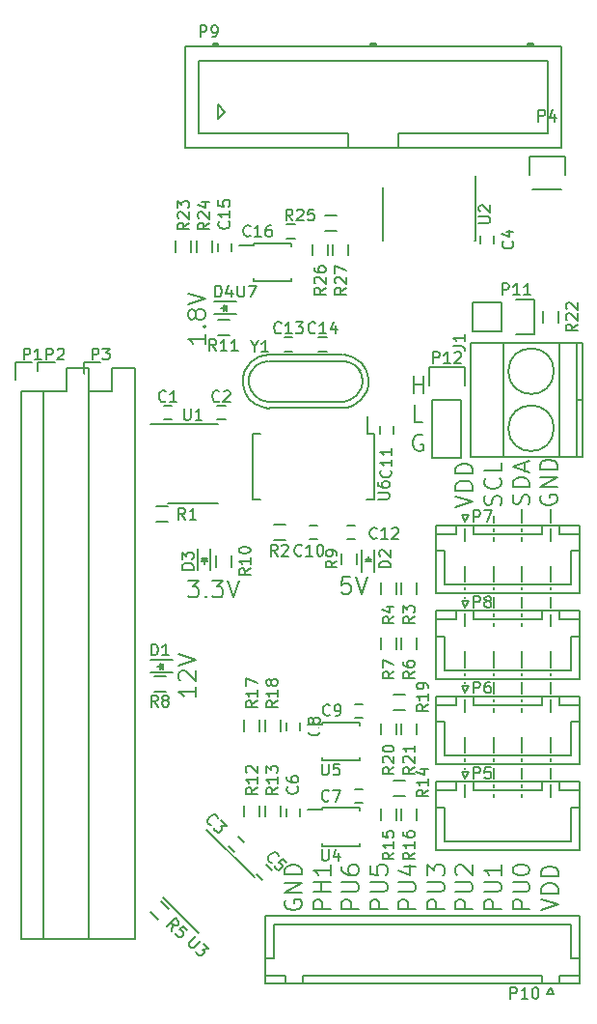
<source format=gto>
G04 #@! TF.FileFunction,Legend,Top*
%FSLAX46Y46*%
G04 Gerber Fmt 4.6, Leading zero omitted, Abs format (unit mm)*
G04 Created by KiCad (PCBNEW 4.0.4-stable) date 12/01/16 01:31:52*
%MOMM*%
%LPD*%
G01*
G04 APERTURE LIST*
%ADD10C,0.100000*%
%ADD11C,0.200000*%
%ADD12C,0.150000*%
%ADD13R,0.450000X1.750000*%
%ADD14R,1.350000X1.350000*%
%ADD15C,1.350000*%
%ADD16R,0.800000X0.750000*%
%ADD17R,0.750000X0.800000*%
%ADD18R,0.797560X0.797560*%
%ADD19R,2.235200X2.235200*%
%ADD20R,2.032000X2.032000*%
%ADD21O,2.032000X2.032000*%
%ADD22R,2.032000X1.727200*%
%ADD23O,2.032000X1.727200*%
%ADD24R,0.500000X0.900000*%
%ADD25R,0.900000X0.500000*%
%ADD26R,1.450000X0.450000*%
%ADD27R,0.400000X1.100000*%
%ADD28R,1.750000X1.750000*%
%ADD29C,1.750000*%
%ADD30R,2.500000X2.500000*%
%ADD31C,2.500000*%
%ADD32C,1.501140*%
%ADD33R,1.700000X1.700000*%
%ADD34C,1.700000*%
G04 APERTURE END LIST*
D10*
D11*
X170185715Y-113078571D02*
X171114286Y-113078571D01*
X170614286Y-113650000D01*
X170828572Y-113650000D01*
X170971429Y-113721429D01*
X171042858Y-113792857D01*
X171114286Y-113935714D01*
X171114286Y-114292857D01*
X171042858Y-114435714D01*
X170971429Y-114507143D01*
X170828572Y-114578571D01*
X170400000Y-114578571D01*
X170257143Y-114507143D01*
X170185715Y-114435714D01*
X171757143Y-114435714D02*
X171828571Y-114507143D01*
X171757143Y-114578571D01*
X171685714Y-114507143D01*
X171757143Y-114435714D01*
X171757143Y-114578571D01*
X172328572Y-113078571D02*
X173257143Y-113078571D01*
X172757143Y-113650000D01*
X172971429Y-113650000D01*
X173114286Y-113721429D01*
X173185715Y-113792857D01*
X173257143Y-113935714D01*
X173257143Y-114292857D01*
X173185715Y-114435714D01*
X173114286Y-114507143D01*
X172971429Y-114578571D01*
X172542857Y-114578571D01*
X172400000Y-114507143D01*
X172328572Y-114435714D01*
X173685714Y-113078571D02*
X174185714Y-114578571D01*
X174685714Y-113078571D01*
X184414287Y-112778571D02*
X183700001Y-112778571D01*
X183628572Y-113492857D01*
X183700001Y-113421429D01*
X183842858Y-113350000D01*
X184200001Y-113350000D01*
X184342858Y-113421429D01*
X184414287Y-113492857D01*
X184485715Y-113635714D01*
X184485715Y-113992857D01*
X184414287Y-114135714D01*
X184342858Y-114207143D01*
X184200001Y-114278571D01*
X183842858Y-114278571D01*
X183700001Y-114207143D01*
X183628572Y-114135714D01*
X184914286Y-112778571D02*
X185414286Y-114278571D01*
X185914286Y-112778571D01*
X170878571Y-122428571D02*
X170878571Y-123285714D01*
X170878571Y-122857142D02*
X169378571Y-122857142D01*
X169592857Y-122999999D01*
X169735714Y-123142857D01*
X169807143Y-123285714D01*
X169521429Y-121857143D02*
X169450000Y-121785714D01*
X169378571Y-121642857D01*
X169378571Y-121285714D01*
X169450000Y-121142857D01*
X169521429Y-121071428D01*
X169664286Y-121000000D01*
X169807143Y-121000000D01*
X170021429Y-121071428D01*
X170878571Y-121928571D01*
X170878571Y-121000000D01*
X169378571Y-120571429D02*
X170878571Y-120071429D01*
X169378571Y-119571429D01*
X171678571Y-91485714D02*
X171678571Y-92342857D01*
X171678571Y-91914285D02*
X170178571Y-91914285D01*
X170392857Y-92057142D01*
X170535714Y-92200000D01*
X170607143Y-92342857D01*
X171535714Y-90842857D02*
X171607143Y-90771429D01*
X171678571Y-90842857D01*
X171607143Y-90914286D01*
X171535714Y-90842857D01*
X171678571Y-90842857D01*
X170821429Y-89914285D02*
X170750000Y-90057143D01*
X170678571Y-90128571D01*
X170535714Y-90200000D01*
X170464286Y-90200000D01*
X170321429Y-90128571D01*
X170250000Y-90057143D01*
X170178571Y-89914285D01*
X170178571Y-89628571D01*
X170250000Y-89485714D01*
X170321429Y-89414285D01*
X170464286Y-89342857D01*
X170535714Y-89342857D01*
X170678571Y-89414285D01*
X170750000Y-89485714D01*
X170821429Y-89628571D01*
X170821429Y-89914285D01*
X170892857Y-90057143D01*
X170964286Y-90128571D01*
X171107143Y-90200000D01*
X171392857Y-90200000D01*
X171535714Y-90128571D01*
X171607143Y-90057143D01*
X171678571Y-89914285D01*
X171678571Y-89628571D01*
X171607143Y-89485714D01*
X171535714Y-89414285D01*
X171392857Y-89342857D01*
X171107143Y-89342857D01*
X170964286Y-89414285D01*
X170892857Y-89485714D01*
X170821429Y-89628571D01*
X170178571Y-88914286D02*
X171678571Y-88414286D01*
X170178571Y-87914286D01*
X190792857Y-100350000D02*
X190650000Y-100278571D01*
X190435714Y-100278571D01*
X190221429Y-100350000D01*
X190078571Y-100492857D01*
X190007143Y-100635714D01*
X189935714Y-100921429D01*
X189935714Y-101135714D01*
X190007143Y-101421429D01*
X190078571Y-101564286D01*
X190221429Y-101707143D01*
X190435714Y-101778571D01*
X190578571Y-101778571D01*
X190792857Y-101707143D01*
X190864286Y-101635714D01*
X190864286Y-101135714D01*
X190578571Y-101135714D01*
X190764286Y-99178571D02*
X190050000Y-99178571D01*
X190050000Y-97678571D01*
X189971429Y-96678571D02*
X189971429Y-95178571D01*
X189971429Y-95892857D02*
X190828572Y-95892857D01*
X190828572Y-96678571D02*
X190828572Y-95178571D01*
X193678571Y-106700000D02*
X195178571Y-106200000D01*
X193678571Y-105700000D01*
X195178571Y-105200000D02*
X193678571Y-105200000D01*
X193678571Y-104842857D01*
X193750000Y-104628572D01*
X193892857Y-104485714D01*
X194035714Y-104414286D01*
X194321429Y-104342857D01*
X194535714Y-104342857D01*
X194821429Y-104414286D01*
X194964286Y-104485714D01*
X195107143Y-104628572D01*
X195178571Y-104842857D01*
X195178571Y-105200000D01*
X195178571Y-103700000D02*
X193678571Y-103700000D01*
X193678571Y-103342857D01*
X193750000Y-103128572D01*
X193892857Y-102985714D01*
X194035714Y-102914286D01*
X194321429Y-102842857D01*
X194535714Y-102842857D01*
X194821429Y-102914286D01*
X194964286Y-102985714D01*
X195107143Y-103128572D01*
X195178571Y-103342857D01*
X195178571Y-103700000D01*
X185178571Y-141892857D02*
X183678571Y-141892857D01*
X183678571Y-141321429D01*
X183750000Y-141178571D01*
X183821429Y-141107143D01*
X183964286Y-141035714D01*
X184178571Y-141035714D01*
X184321429Y-141107143D01*
X184392857Y-141178571D01*
X184464286Y-141321429D01*
X184464286Y-141892857D01*
X183678571Y-140392857D02*
X184892857Y-140392857D01*
X185035714Y-140321429D01*
X185107143Y-140250000D01*
X185178571Y-140107143D01*
X185178571Y-139821429D01*
X185107143Y-139678571D01*
X185035714Y-139607143D01*
X184892857Y-139535714D01*
X183678571Y-139535714D01*
X183678571Y-138178571D02*
X183678571Y-138464285D01*
X183750000Y-138607142D01*
X183821429Y-138678571D01*
X184035714Y-138821428D01*
X184321429Y-138892857D01*
X184892857Y-138892857D01*
X185035714Y-138821428D01*
X185107143Y-138750000D01*
X185178571Y-138607142D01*
X185178571Y-138321428D01*
X185107143Y-138178571D01*
X185035714Y-138107142D01*
X184892857Y-138035714D01*
X184535714Y-138035714D01*
X184392857Y-138107142D01*
X184321429Y-138178571D01*
X184250000Y-138321428D01*
X184250000Y-138607142D01*
X184321429Y-138750000D01*
X184392857Y-138821428D01*
X184535714Y-138892857D01*
X190178571Y-141892857D02*
X188678571Y-141892857D01*
X188678571Y-141321429D01*
X188750000Y-141178571D01*
X188821429Y-141107143D01*
X188964286Y-141035714D01*
X189178571Y-141035714D01*
X189321429Y-141107143D01*
X189392857Y-141178571D01*
X189464286Y-141321429D01*
X189464286Y-141892857D01*
X188678571Y-140392857D02*
X189892857Y-140392857D01*
X190035714Y-140321429D01*
X190107143Y-140250000D01*
X190178571Y-140107143D01*
X190178571Y-139821429D01*
X190107143Y-139678571D01*
X190035714Y-139607143D01*
X189892857Y-139535714D01*
X188678571Y-139535714D01*
X189178571Y-138178571D02*
X190178571Y-138178571D01*
X188607143Y-138535714D02*
X189678571Y-138892857D01*
X189678571Y-137964285D01*
X195178571Y-141892857D02*
X193678571Y-141892857D01*
X193678571Y-141321429D01*
X193750000Y-141178571D01*
X193821429Y-141107143D01*
X193964286Y-141035714D01*
X194178571Y-141035714D01*
X194321429Y-141107143D01*
X194392857Y-141178571D01*
X194464286Y-141321429D01*
X194464286Y-141892857D01*
X193678571Y-140392857D02*
X194892857Y-140392857D01*
X195035714Y-140321429D01*
X195107143Y-140250000D01*
X195178571Y-140107143D01*
X195178571Y-139821429D01*
X195107143Y-139678571D01*
X195035714Y-139607143D01*
X194892857Y-139535714D01*
X193678571Y-139535714D01*
X193821429Y-138892857D02*
X193750000Y-138821428D01*
X193678571Y-138678571D01*
X193678571Y-138321428D01*
X193750000Y-138178571D01*
X193821429Y-138107142D01*
X193964286Y-138035714D01*
X194107143Y-138035714D01*
X194321429Y-138107142D01*
X195178571Y-138964285D01*
X195178571Y-138035714D01*
X200178571Y-141892857D02*
X198678571Y-141892857D01*
X198678571Y-141321429D01*
X198750000Y-141178571D01*
X198821429Y-141107143D01*
X198964286Y-141035714D01*
X199178571Y-141035714D01*
X199321429Y-141107143D01*
X199392857Y-141178571D01*
X199464286Y-141321429D01*
X199464286Y-141892857D01*
X198678571Y-140392857D02*
X199892857Y-140392857D01*
X200035714Y-140321429D01*
X200107143Y-140250000D01*
X200178571Y-140107143D01*
X200178571Y-139821429D01*
X200107143Y-139678571D01*
X200035714Y-139607143D01*
X199892857Y-139535714D01*
X198678571Y-139535714D01*
X198678571Y-138535714D02*
X198678571Y-138392857D01*
X198750000Y-138250000D01*
X198821429Y-138178571D01*
X198964286Y-138107142D01*
X199250000Y-138035714D01*
X199607143Y-138035714D01*
X199892857Y-138107142D01*
X200035714Y-138178571D01*
X200107143Y-138250000D01*
X200178571Y-138392857D01*
X200178571Y-138535714D01*
X200107143Y-138678571D01*
X200035714Y-138750000D01*
X199892857Y-138821428D01*
X199607143Y-138892857D01*
X199250000Y-138892857D01*
X198964286Y-138821428D01*
X198821429Y-138750000D01*
X198750000Y-138678571D01*
X198678571Y-138535714D01*
X197678571Y-141892857D02*
X196178571Y-141892857D01*
X196178571Y-141321429D01*
X196250000Y-141178571D01*
X196321429Y-141107143D01*
X196464286Y-141035714D01*
X196678571Y-141035714D01*
X196821429Y-141107143D01*
X196892857Y-141178571D01*
X196964286Y-141321429D01*
X196964286Y-141892857D01*
X196178571Y-140392857D02*
X197392857Y-140392857D01*
X197535714Y-140321429D01*
X197607143Y-140250000D01*
X197678571Y-140107143D01*
X197678571Y-139821429D01*
X197607143Y-139678571D01*
X197535714Y-139607143D01*
X197392857Y-139535714D01*
X196178571Y-139535714D01*
X197678571Y-138035714D02*
X197678571Y-138892857D01*
X197678571Y-138464285D02*
X196178571Y-138464285D01*
X196392857Y-138607142D01*
X196535714Y-138750000D01*
X196607143Y-138892857D01*
X192678571Y-141892857D02*
X191178571Y-141892857D01*
X191178571Y-141321429D01*
X191250000Y-141178571D01*
X191321429Y-141107143D01*
X191464286Y-141035714D01*
X191678571Y-141035714D01*
X191821429Y-141107143D01*
X191892857Y-141178571D01*
X191964286Y-141321429D01*
X191964286Y-141892857D01*
X191178571Y-140392857D02*
X192392857Y-140392857D01*
X192535714Y-140321429D01*
X192607143Y-140250000D01*
X192678571Y-140107143D01*
X192678571Y-139821429D01*
X192607143Y-139678571D01*
X192535714Y-139607143D01*
X192392857Y-139535714D01*
X191178571Y-139535714D01*
X191178571Y-138964285D02*
X191178571Y-138035714D01*
X191750000Y-138535714D01*
X191750000Y-138321428D01*
X191821429Y-138178571D01*
X191892857Y-138107142D01*
X192035714Y-138035714D01*
X192392857Y-138035714D01*
X192535714Y-138107142D01*
X192607143Y-138178571D01*
X192678571Y-138321428D01*
X192678571Y-138750000D01*
X192607143Y-138892857D01*
X192535714Y-138964285D01*
X187678571Y-141892857D02*
X186178571Y-141892857D01*
X186178571Y-141321429D01*
X186250000Y-141178571D01*
X186321429Y-141107143D01*
X186464286Y-141035714D01*
X186678571Y-141035714D01*
X186821429Y-141107143D01*
X186892857Y-141178571D01*
X186964286Y-141321429D01*
X186964286Y-141892857D01*
X186178571Y-140392857D02*
X187392857Y-140392857D01*
X187535714Y-140321429D01*
X187607143Y-140250000D01*
X187678571Y-140107143D01*
X187678571Y-139821429D01*
X187607143Y-139678571D01*
X187535714Y-139607143D01*
X187392857Y-139535714D01*
X186178571Y-139535714D01*
X186178571Y-138107142D02*
X186178571Y-138821428D01*
X186892857Y-138892857D01*
X186821429Y-138821428D01*
X186750000Y-138678571D01*
X186750000Y-138321428D01*
X186821429Y-138178571D01*
X186892857Y-138107142D01*
X187035714Y-138035714D01*
X187392857Y-138035714D01*
X187535714Y-138107142D01*
X187607143Y-138178571D01*
X187678571Y-138321428D01*
X187678571Y-138678571D01*
X187607143Y-138821428D01*
X187535714Y-138892857D01*
X182678571Y-141892857D02*
X181178571Y-141892857D01*
X181178571Y-141321429D01*
X181250000Y-141178571D01*
X181321429Y-141107143D01*
X181464286Y-141035714D01*
X181678571Y-141035714D01*
X181821429Y-141107143D01*
X181892857Y-141178571D01*
X181964286Y-141321429D01*
X181964286Y-141892857D01*
X182678571Y-140392857D02*
X181178571Y-140392857D01*
X181892857Y-140392857D02*
X181892857Y-139535714D01*
X182678571Y-139535714D02*
X181178571Y-139535714D01*
X182678571Y-138035714D02*
X182678571Y-138892857D01*
X182678571Y-138464285D02*
X181178571Y-138464285D01*
X181392857Y-138607142D01*
X181535714Y-138750000D01*
X181607143Y-138892857D01*
X178750000Y-141142857D02*
X178678571Y-141285714D01*
X178678571Y-141500000D01*
X178750000Y-141714285D01*
X178892857Y-141857143D01*
X179035714Y-141928571D01*
X179321429Y-142000000D01*
X179535714Y-142000000D01*
X179821429Y-141928571D01*
X179964286Y-141857143D01*
X180107143Y-141714285D01*
X180178571Y-141500000D01*
X180178571Y-141357143D01*
X180107143Y-141142857D01*
X180035714Y-141071428D01*
X179535714Y-141071428D01*
X179535714Y-141357143D01*
X180178571Y-140428571D02*
X178678571Y-140428571D01*
X180178571Y-139571428D01*
X178678571Y-139571428D01*
X180178571Y-138857142D02*
X178678571Y-138857142D01*
X178678571Y-138499999D01*
X178750000Y-138285714D01*
X178892857Y-138142856D01*
X179035714Y-138071428D01*
X179321429Y-137999999D01*
X179535714Y-137999999D01*
X179821429Y-138071428D01*
X179964286Y-138142856D01*
X180107143Y-138285714D01*
X180178571Y-138499999D01*
X180178571Y-138857142D01*
X201178571Y-142000000D02*
X202678571Y-141500000D01*
X201178571Y-141000000D01*
X202678571Y-140500000D02*
X201178571Y-140500000D01*
X201178571Y-140142857D01*
X201250000Y-139928572D01*
X201392857Y-139785714D01*
X201535714Y-139714286D01*
X201821429Y-139642857D01*
X202035714Y-139642857D01*
X202321429Y-139714286D01*
X202464286Y-139785714D01*
X202607143Y-139928572D01*
X202678571Y-140142857D01*
X202678571Y-140500000D01*
X202678571Y-139000000D02*
X201178571Y-139000000D01*
X201178571Y-138642857D01*
X201250000Y-138428572D01*
X201392857Y-138285714D01*
X201535714Y-138214286D01*
X201821429Y-138142857D01*
X202035714Y-138142857D01*
X202321429Y-138214286D01*
X202464286Y-138285714D01*
X202607143Y-138428572D01*
X202678571Y-138642857D01*
X202678571Y-139000000D01*
X194500000Y-131000000D02*
X194500000Y-132100000D01*
X194500000Y-129500000D02*
X194500000Y-129600000D01*
X194500000Y-128700000D02*
X194500000Y-128900000D01*
X194500000Y-126800000D02*
X194500000Y-128200000D01*
X194500000Y-123500000D02*
X194500000Y-124600000D01*
X194500000Y-122000000D02*
X194500000Y-122100000D01*
X194500000Y-121200000D02*
X194500000Y-121400000D01*
X194500000Y-119300000D02*
X194500000Y-120700000D01*
X194500000Y-116000000D02*
X194500000Y-117100000D01*
X194500000Y-114500000D02*
X194500000Y-114600000D01*
X194500000Y-113700000D02*
X194500000Y-113900000D01*
X194500000Y-111800000D02*
X194500000Y-113200000D01*
X197000000Y-131800000D02*
X197000000Y-132100000D01*
X197000000Y-131000000D02*
X197000000Y-131200000D01*
X197000000Y-129500000D02*
X197000000Y-130500000D01*
X197000000Y-128700000D02*
X197000000Y-128900000D01*
X197000000Y-126800000D02*
X197000000Y-128200000D01*
X197000000Y-124300000D02*
X197000000Y-124600000D01*
X197000000Y-123500000D02*
X197000000Y-123700000D01*
X197000000Y-122000000D02*
X197000000Y-123000000D01*
X197000000Y-121200000D02*
X197000000Y-121400000D01*
X197000000Y-119300000D02*
X197000000Y-120700000D01*
X197000000Y-116800000D02*
X197000000Y-117100000D01*
X197000000Y-116000000D02*
X197000000Y-116200000D01*
X197000000Y-114500000D02*
X197000000Y-115500000D01*
X197000000Y-113700000D02*
X197000000Y-113900000D01*
X197000000Y-111800000D02*
X197000000Y-113200000D01*
X199500000Y-131800000D02*
X199500000Y-132100000D01*
X199500000Y-131000000D02*
X199500000Y-131200000D01*
X199500000Y-129500000D02*
X199500000Y-130500000D01*
X199500000Y-128700000D02*
X199500000Y-128900000D01*
X199500000Y-126800000D02*
X199500000Y-128200000D01*
X199500000Y-124300000D02*
X199500000Y-124600000D01*
X199500000Y-123500000D02*
X199500000Y-123700000D01*
X199500000Y-122000000D02*
X199500000Y-123000000D01*
X199500000Y-121200000D02*
X199500000Y-121400000D01*
X199500000Y-119300000D02*
X199500000Y-120700000D01*
X199500000Y-116800000D02*
X199500000Y-117100000D01*
X199500000Y-116000000D02*
X199500000Y-116200000D01*
X199500000Y-114500000D02*
X199500000Y-115500000D01*
X199500000Y-113700000D02*
X199500000Y-113900000D01*
X199500000Y-111800000D02*
X199500000Y-113200000D01*
X202000000Y-131000000D02*
X202000000Y-132100000D01*
X202000000Y-129500000D02*
X202000000Y-130500000D01*
X202000000Y-128700000D02*
X202000000Y-128900000D01*
X202000000Y-126800000D02*
X202000000Y-128200000D01*
X202000000Y-123500000D02*
X202000000Y-124600000D01*
X202000000Y-122000000D02*
X202000000Y-123000000D01*
X202000000Y-121200000D02*
X202000000Y-121400000D01*
X202000000Y-119300000D02*
X202000000Y-120700000D01*
X202000000Y-116100000D02*
X202000000Y-117100000D01*
X202000000Y-114500000D02*
X202000000Y-115500000D01*
X202000000Y-113700000D02*
X202000000Y-113900000D01*
X202000000Y-111800000D02*
X202000000Y-113200000D01*
X194500000Y-109600000D02*
X194500000Y-108500000D01*
X197000000Y-108000000D02*
X197000000Y-107400000D01*
X197000000Y-108800000D02*
X197000000Y-108500000D01*
X197000000Y-109600000D02*
X197000000Y-109300000D01*
X199500000Y-108000000D02*
X199500000Y-106800000D01*
X199500000Y-108800000D02*
X199500000Y-108500000D01*
X199500000Y-109600000D02*
X199500000Y-109300000D01*
X202000000Y-108000000D02*
X202000000Y-106800000D01*
X202000000Y-108500000D02*
X202000000Y-109600000D01*
X197607143Y-106485714D02*
X197678571Y-106271428D01*
X197678571Y-105914285D01*
X197607143Y-105771428D01*
X197535714Y-105699999D01*
X197392857Y-105628571D01*
X197250000Y-105628571D01*
X197107143Y-105699999D01*
X197035714Y-105771428D01*
X196964286Y-105914285D01*
X196892857Y-106199999D01*
X196821429Y-106342857D01*
X196750000Y-106414285D01*
X196607143Y-106485714D01*
X196464286Y-106485714D01*
X196321429Y-106414285D01*
X196250000Y-106342857D01*
X196178571Y-106199999D01*
X196178571Y-105842857D01*
X196250000Y-105628571D01*
X197535714Y-104128571D02*
X197607143Y-104200000D01*
X197678571Y-104414286D01*
X197678571Y-104557143D01*
X197607143Y-104771428D01*
X197464286Y-104914286D01*
X197321429Y-104985714D01*
X197035714Y-105057143D01*
X196821429Y-105057143D01*
X196535714Y-104985714D01*
X196392857Y-104914286D01*
X196250000Y-104771428D01*
X196178571Y-104557143D01*
X196178571Y-104414286D01*
X196250000Y-104200000D01*
X196321429Y-104128571D01*
X197678571Y-102771428D02*
X197678571Y-103485714D01*
X196178571Y-103485714D01*
X200107143Y-106421428D02*
X200178571Y-106207142D01*
X200178571Y-105849999D01*
X200107143Y-105707142D01*
X200035714Y-105635713D01*
X199892857Y-105564285D01*
X199750000Y-105564285D01*
X199607143Y-105635713D01*
X199535714Y-105707142D01*
X199464286Y-105849999D01*
X199392857Y-106135713D01*
X199321429Y-106278571D01*
X199250000Y-106349999D01*
X199107143Y-106421428D01*
X198964286Y-106421428D01*
X198821429Y-106349999D01*
X198750000Y-106278571D01*
X198678571Y-106135713D01*
X198678571Y-105778571D01*
X198750000Y-105564285D01*
X200178571Y-104921428D02*
X198678571Y-104921428D01*
X198678571Y-104564285D01*
X198750000Y-104350000D01*
X198892857Y-104207142D01*
X199035714Y-104135714D01*
X199321429Y-104064285D01*
X199535714Y-104064285D01*
X199821429Y-104135714D01*
X199964286Y-104207142D01*
X200107143Y-104350000D01*
X200178571Y-104564285D01*
X200178571Y-104921428D01*
X199750000Y-103492857D02*
X199750000Y-102778571D01*
X200178571Y-103635714D02*
X198678571Y-103135714D01*
X200178571Y-102635714D01*
X201150000Y-105642857D02*
X201078571Y-105785714D01*
X201078571Y-106000000D01*
X201150000Y-106214285D01*
X201292857Y-106357143D01*
X201435714Y-106428571D01*
X201721429Y-106500000D01*
X201935714Y-106500000D01*
X202221429Y-106428571D01*
X202364286Y-106357143D01*
X202507143Y-106214285D01*
X202578571Y-106000000D01*
X202578571Y-105857143D01*
X202507143Y-105642857D01*
X202435714Y-105571428D01*
X201935714Y-105571428D01*
X201935714Y-105857143D01*
X202578571Y-104928571D02*
X201078571Y-104928571D01*
X202578571Y-104071428D01*
X201078571Y-104071428D01*
X202578571Y-103357142D02*
X201078571Y-103357142D01*
X201078571Y-102999999D01*
X201150000Y-102785714D01*
X201292857Y-102642856D01*
X201435714Y-102571428D01*
X201721429Y-102499999D01*
X201935714Y-102499999D01*
X202221429Y-102571428D01*
X202364286Y-102642856D01*
X202507143Y-102785714D01*
X202578571Y-102999999D01*
X202578571Y-103357142D01*
D12*
X186525000Y-100275000D02*
X185950000Y-100275000D01*
X186525000Y-106025000D02*
X185875000Y-106025000D01*
X175875000Y-106025000D02*
X176525000Y-106025000D01*
X175875000Y-100275000D02*
X176525000Y-100275000D01*
X186525000Y-100275000D02*
X186525000Y-106025000D01*
X175875000Y-100275000D02*
X175875000Y-106025000D01*
X185950000Y-100275000D02*
X185950000Y-98675000D01*
X161500000Y-96500000D02*
X163500000Y-96500000D01*
X163500000Y-96500000D02*
X163500000Y-94500000D01*
X163500000Y-94500000D02*
X165500000Y-94500000D01*
X165500000Y-94500000D02*
X165500000Y-96500000D01*
X165500000Y-96500000D02*
X165500000Y-144500000D01*
X165500000Y-144500000D02*
X161500000Y-144500000D01*
X161500000Y-144500000D02*
X161500000Y-96500000D01*
X161000000Y-95500000D02*
X161000000Y-94000000D01*
X161000000Y-94000000D02*
X162500000Y-94000000D01*
X172750000Y-97800000D02*
X173450000Y-97800000D01*
X173450000Y-99000000D02*
X172750000Y-99000000D01*
X167987169Y-140866206D02*
X171133794Y-144012831D01*
X171787868Y-134908831D02*
X176012831Y-139133794D01*
X168050000Y-97800000D02*
X168750000Y-97800000D01*
X168750000Y-99000000D02*
X168050000Y-99000000D01*
X174223223Y-136871751D02*
X173728249Y-136376777D01*
X174576777Y-135528249D02*
X175071751Y-136023223D01*
X197000000Y-82850000D02*
X197000000Y-83550000D01*
X195800000Y-83550000D02*
X195800000Y-82850000D01*
X177076777Y-138028249D02*
X177571751Y-138523223D01*
X176723223Y-139371751D02*
X176228249Y-138876777D01*
X180850000Y-108300000D02*
X181550000Y-108300000D01*
X181550000Y-109500000D02*
X180850000Y-109500000D01*
X188200000Y-99550000D02*
X188200000Y-100250000D01*
X187000000Y-100250000D02*
X187000000Y-99550000D01*
X184150000Y-108300000D02*
X184850000Y-108300000D01*
X184850000Y-109500000D02*
X184150000Y-109500000D01*
X179350000Y-93000000D02*
X178650000Y-93000000D01*
X178650000Y-91800000D02*
X179350000Y-91800000D01*
X181650000Y-91800000D02*
X182350000Y-91800000D01*
X182350000Y-93000000D02*
X181650000Y-93000000D01*
X168800000Y-120050000D02*
X166900000Y-120050000D01*
X168800000Y-121150000D02*
X166900000Y-121150000D01*
X167900000Y-120600000D02*
X167450000Y-120600000D01*
X167950000Y-120850000D02*
X167950000Y-120350000D01*
X167950000Y-120600000D02*
X167700000Y-120850000D01*
X167700000Y-120850000D02*
X167700000Y-120350000D01*
X167700000Y-120350000D02*
X167950000Y-120600000D01*
X186550000Y-112300000D02*
X186550000Y-110400000D01*
X185450000Y-112300000D02*
X185450000Y-110400000D01*
X186000000Y-111400000D02*
X186000000Y-110950000D01*
X185750000Y-111450000D02*
X186250000Y-111450000D01*
X186000000Y-111450000D02*
X185750000Y-111200000D01*
X185750000Y-111200000D02*
X186250000Y-111200000D01*
X186250000Y-111200000D02*
X186000000Y-111450000D01*
X171050000Y-110300000D02*
X171050000Y-112200000D01*
X172150000Y-110300000D02*
X172150000Y-112200000D01*
X171600000Y-111200000D02*
X171600000Y-111650000D01*
X171850000Y-111150000D02*
X171350000Y-111150000D01*
X171600000Y-111150000D02*
X171850000Y-111400000D01*
X171850000Y-111400000D02*
X171350000Y-111400000D01*
X171350000Y-111400000D02*
X171600000Y-111150000D01*
X174400000Y-88650000D02*
X172500000Y-88650000D01*
X174400000Y-89750000D02*
X172500000Y-89750000D01*
X173500000Y-89200000D02*
X173050000Y-89200000D01*
X173550000Y-89450000D02*
X173550000Y-88950000D01*
X173550000Y-89200000D02*
X173300000Y-89450000D01*
X173300000Y-89450000D02*
X173300000Y-88950000D01*
X173300000Y-88950000D02*
X173550000Y-89200000D01*
X155500000Y-96500000D02*
X157500000Y-96500000D01*
X157500000Y-96500000D02*
X157500000Y-144500000D01*
X157500000Y-144500000D02*
X155500000Y-144500000D01*
X155500000Y-144500000D02*
X155500000Y-96500000D01*
X155000000Y-95500000D02*
X155000000Y-94000000D01*
X155000000Y-94000000D02*
X156500000Y-94000000D01*
X157500000Y-96500000D02*
X159500000Y-96500000D01*
X159500000Y-96500000D02*
X159500000Y-94500000D01*
X159500000Y-94500000D02*
X161500000Y-94500000D01*
X161500000Y-94500000D02*
X161500000Y-96500000D01*
X161500000Y-96500000D02*
X161500000Y-144500000D01*
X161500000Y-144500000D02*
X157500000Y-144500000D01*
X157500000Y-144500000D02*
X157500000Y-96500000D01*
X157000000Y-95500000D02*
X157000000Y-94000000D01*
X157000000Y-94000000D02*
X158500000Y-94000000D01*
X203250000Y-75950000D02*
X203250000Y-77500000D01*
X200150000Y-77500000D02*
X200150000Y-75950000D01*
X200150000Y-75950000D02*
X203250000Y-75950000D01*
X200430000Y-78770000D02*
X202970000Y-78770000D01*
X197730000Y-91270000D02*
X195190000Y-91270000D01*
X200550000Y-91550000D02*
X199000000Y-91550000D01*
X197730000Y-91270000D02*
X197730000Y-88730000D01*
X199000000Y-88450000D02*
X200550000Y-88450000D01*
X200550000Y-88450000D02*
X200550000Y-91550000D01*
X197730000Y-88730000D02*
X195190000Y-88730000D01*
X195190000Y-88730000D02*
X195190000Y-91270000D01*
X191630000Y-97230000D02*
X191630000Y-102310000D01*
X191630000Y-102310000D02*
X194170000Y-102310000D01*
X194170000Y-102310000D02*
X194170000Y-97230000D01*
X194450000Y-94410000D02*
X194450000Y-95960000D01*
X194170000Y-97230000D02*
X191630000Y-97230000D01*
X191350000Y-95960000D02*
X191350000Y-94410000D01*
X191350000Y-94410000D02*
X194450000Y-94410000D01*
X168400000Y-107975000D02*
X167400000Y-107975000D01*
X167400000Y-106625000D02*
X168400000Y-106625000D01*
X178700000Y-109575000D02*
X177700000Y-109575000D01*
X177700000Y-108225000D02*
X178700000Y-108225000D01*
X188925000Y-114300000D02*
X188925000Y-113300000D01*
X190275000Y-113300000D02*
X190275000Y-114300000D01*
X187125000Y-114300000D02*
X187125000Y-113300000D01*
X188475000Y-113300000D02*
X188475000Y-114300000D01*
X167823744Y-141199480D02*
X168530850Y-141906586D01*
X167576256Y-142861180D02*
X166869150Y-142154074D01*
X188925000Y-119100000D02*
X188925000Y-118100000D01*
X190275000Y-118100000D02*
X190275000Y-119100000D01*
X187125000Y-119100000D02*
X187125000Y-118100000D01*
X188475000Y-118100000D02*
X188475000Y-119100000D01*
X167200000Y-121525000D02*
X168200000Y-121525000D01*
X168200000Y-122875000D02*
X167200000Y-122875000D01*
X184975000Y-110700000D02*
X184975000Y-111700000D01*
X183625000Y-111700000D02*
X183625000Y-110700000D01*
X172625000Y-111900000D02*
X172625000Y-110900000D01*
X173975000Y-110900000D02*
X173975000Y-111900000D01*
X172800000Y-90225000D02*
X173800000Y-90225000D01*
X173800000Y-91575000D02*
X172800000Y-91575000D01*
X175125000Y-133800000D02*
X175125000Y-132800000D01*
X176475000Y-132800000D02*
X176475000Y-133800000D01*
X178275000Y-132800000D02*
X178275000Y-133800000D01*
X176925000Y-133800000D02*
X176925000Y-132800000D01*
X187125000Y-134100000D02*
X187125000Y-133100000D01*
X188475000Y-133100000D02*
X188475000Y-134100000D01*
X188925000Y-134100000D02*
X188925000Y-133100000D01*
X190275000Y-133100000D02*
X190275000Y-134100000D01*
X175125000Y-126300000D02*
X175125000Y-125300000D01*
X176475000Y-125300000D02*
X176475000Y-126300000D01*
X178275000Y-125300000D02*
X178275000Y-126300000D01*
X176925000Y-126300000D02*
X176925000Y-125300000D01*
X187125000Y-126600000D02*
X187125000Y-125600000D01*
X188475000Y-125600000D02*
X188475000Y-126600000D01*
X188925000Y-126600000D02*
X188925000Y-125600000D01*
X190275000Y-125600000D02*
X190275000Y-126600000D01*
X201325000Y-90500000D02*
X201325000Y-89500000D01*
X202675000Y-89500000D02*
X202675000Y-90500000D01*
X169125000Y-84300000D02*
X169125000Y-83300000D01*
X170475000Y-83300000D02*
X170475000Y-84300000D01*
X172275000Y-83300000D02*
X172275000Y-84300000D01*
X170925000Y-84300000D02*
X170925000Y-83300000D01*
X181125000Y-84600000D02*
X181125000Y-83600000D01*
X182475000Y-83600000D02*
X182475000Y-84600000D01*
X182925000Y-84600000D02*
X182925000Y-83600000D01*
X184275000Y-83600000D02*
X184275000Y-84600000D01*
X168375000Y-106320000D02*
X172825000Y-106320000D01*
X166850000Y-99420000D02*
X172825000Y-99420000D01*
X195325000Y-83325000D02*
X195300000Y-83325000D01*
X187275000Y-83325000D02*
X187300000Y-83325000D01*
X187275000Y-78675000D02*
X187300000Y-78675000D01*
X195375000Y-77600000D02*
X195375000Y-83325000D01*
X187275000Y-78675000D02*
X187275000Y-83325000D01*
X180000000Y-133050000D02*
X180000000Y-133750000D01*
X178800000Y-133750000D02*
X178800000Y-133050000D01*
X184850000Y-131400000D02*
X185550000Y-131400000D01*
X185550000Y-132600000D02*
X184850000Y-132600000D01*
X180000000Y-125550000D02*
X180000000Y-126250000D01*
X178800000Y-126250000D02*
X178800000Y-125550000D01*
X184850000Y-123900000D02*
X185550000Y-123900000D01*
X185550000Y-125100000D02*
X184850000Y-125100000D01*
X174000000Y-83550000D02*
X174000000Y-84250000D01*
X172800000Y-84250000D02*
X172800000Y-83550000D01*
X178850000Y-81900000D02*
X179550000Y-81900000D01*
X179550000Y-83100000D02*
X178850000Y-83100000D01*
X188200000Y-130625000D02*
X189200000Y-130625000D01*
X189200000Y-131975000D02*
X188200000Y-131975000D01*
X188200000Y-123125000D02*
X189200000Y-123125000D01*
X189200000Y-124475000D02*
X188200000Y-124475000D01*
X182200000Y-81125000D02*
X183200000Y-81125000D01*
X183200000Y-82475000D02*
X182200000Y-82475000D01*
X181925000Y-133025000D02*
X181925000Y-133200000D01*
X185275000Y-133025000D02*
X185275000Y-133275000D01*
X185275000Y-136375000D02*
X185275000Y-136125000D01*
X181925000Y-136375000D02*
X181925000Y-136125000D01*
X181925000Y-133025000D02*
X185275000Y-133025000D01*
X181925000Y-136375000D02*
X185275000Y-136375000D01*
X181925000Y-133200000D02*
X180675000Y-133200000D01*
X181925000Y-125525000D02*
X181925000Y-125700000D01*
X185275000Y-125525000D02*
X185275000Y-125775000D01*
X185275000Y-128875000D02*
X185275000Y-128625000D01*
X181925000Y-128875000D02*
X181925000Y-128625000D01*
X181925000Y-125525000D02*
X185275000Y-125525000D01*
X181925000Y-128875000D02*
X185275000Y-128875000D01*
X181925000Y-125700000D02*
X180675000Y-125700000D01*
X175925000Y-83525000D02*
X175925000Y-83700000D01*
X179275000Y-83525000D02*
X179275000Y-83775000D01*
X179275000Y-86875000D02*
X179275000Y-86625000D01*
X175925000Y-86875000D02*
X175925000Y-86625000D01*
X175925000Y-83525000D02*
X179275000Y-83525000D01*
X175925000Y-86875000D02*
X179275000Y-86875000D01*
X175925000Y-83700000D02*
X174675000Y-83700000D01*
X191950000Y-130750000D02*
X191950000Y-136700000D01*
X191950000Y-136700000D02*
X204550000Y-136700000D01*
X204550000Y-136700000D02*
X204550000Y-130750000D01*
X204550000Y-130750000D02*
X191950000Y-130750000D01*
X195250000Y-130750000D02*
X195250000Y-131500000D01*
X195250000Y-131500000D02*
X201250000Y-131500000D01*
X201250000Y-131500000D02*
X201250000Y-130750000D01*
X201250000Y-130750000D02*
X195250000Y-130750000D01*
X191950000Y-130750000D02*
X191950000Y-131500000D01*
X191950000Y-131500000D02*
X193750000Y-131500000D01*
X193750000Y-131500000D02*
X193750000Y-130750000D01*
X193750000Y-130750000D02*
X191950000Y-130750000D01*
X202750000Y-130750000D02*
X202750000Y-131500000D01*
X202750000Y-131500000D02*
X204550000Y-131500000D01*
X204550000Y-131500000D02*
X204550000Y-130750000D01*
X204550000Y-130750000D02*
X202750000Y-130750000D01*
X191950000Y-133000000D02*
X192700000Y-133000000D01*
X192700000Y-133000000D02*
X192700000Y-135950000D01*
X192700000Y-135950000D02*
X198250000Y-135950000D01*
X204550000Y-133000000D02*
X203800000Y-133000000D01*
X203800000Y-133000000D02*
X203800000Y-135950000D01*
X203800000Y-135950000D02*
X198250000Y-135950000D01*
X194500000Y-130450000D02*
X194200000Y-129850000D01*
X194200000Y-129850000D02*
X194800000Y-129850000D01*
X194800000Y-129850000D02*
X194500000Y-130450000D01*
X191950000Y-123250000D02*
X191950000Y-129200000D01*
X191950000Y-129200000D02*
X204550000Y-129200000D01*
X204550000Y-129200000D02*
X204550000Y-123250000D01*
X204550000Y-123250000D02*
X191950000Y-123250000D01*
X195250000Y-123250000D02*
X195250000Y-124000000D01*
X195250000Y-124000000D02*
X201250000Y-124000000D01*
X201250000Y-124000000D02*
X201250000Y-123250000D01*
X201250000Y-123250000D02*
X195250000Y-123250000D01*
X191950000Y-123250000D02*
X191950000Y-124000000D01*
X191950000Y-124000000D02*
X193750000Y-124000000D01*
X193750000Y-124000000D02*
X193750000Y-123250000D01*
X193750000Y-123250000D02*
X191950000Y-123250000D01*
X202750000Y-123250000D02*
X202750000Y-124000000D01*
X202750000Y-124000000D02*
X204550000Y-124000000D01*
X204550000Y-124000000D02*
X204550000Y-123250000D01*
X204550000Y-123250000D02*
X202750000Y-123250000D01*
X191950000Y-125500000D02*
X192700000Y-125500000D01*
X192700000Y-125500000D02*
X192700000Y-128450000D01*
X192700000Y-128450000D02*
X198250000Y-128450000D01*
X204550000Y-125500000D02*
X203800000Y-125500000D01*
X203800000Y-125500000D02*
X203800000Y-128450000D01*
X203800000Y-128450000D02*
X198250000Y-128450000D01*
X194500000Y-122950000D02*
X194200000Y-122350000D01*
X194200000Y-122350000D02*
X194800000Y-122350000D01*
X194800000Y-122350000D02*
X194500000Y-122950000D01*
X191950000Y-108250000D02*
X191950000Y-114200000D01*
X191950000Y-114200000D02*
X204550000Y-114200000D01*
X204550000Y-114200000D02*
X204550000Y-108250000D01*
X204550000Y-108250000D02*
X191950000Y-108250000D01*
X195250000Y-108250000D02*
X195250000Y-109000000D01*
X195250000Y-109000000D02*
X201250000Y-109000000D01*
X201250000Y-109000000D02*
X201250000Y-108250000D01*
X201250000Y-108250000D02*
X195250000Y-108250000D01*
X191950000Y-108250000D02*
X191950000Y-109000000D01*
X191950000Y-109000000D02*
X193750000Y-109000000D01*
X193750000Y-109000000D02*
X193750000Y-108250000D01*
X193750000Y-108250000D02*
X191950000Y-108250000D01*
X202750000Y-108250000D02*
X202750000Y-109000000D01*
X202750000Y-109000000D02*
X204550000Y-109000000D01*
X204550000Y-109000000D02*
X204550000Y-108250000D01*
X204550000Y-108250000D02*
X202750000Y-108250000D01*
X191950000Y-110500000D02*
X192700000Y-110500000D01*
X192700000Y-110500000D02*
X192700000Y-113450000D01*
X192700000Y-113450000D02*
X198250000Y-113450000D01*
X204550000Y-110500000D02*
X203800000Y-110500000D01*
X203800000Y-110500000D02*
X203800000Y-113450000D01*
X203800000Y-113450000D02*
X198250000Y-113450000D01*
X194500000Y-107950000D02*
X194200000Y-107350000D01*
X194200000Y-107350000D02*
X194800000Y-107350000D01*
X194800000Y-107350000D02*
X194500000Y-107950000D01*
X191950000Y-115750000D02*
X191950000Y-121700000D01*
X191950000Y-121700000D02*
X204550000Y-121700000D01*
X204550000Y-121700000D02*
X204550000Y-115750000D01*
X204550000Y-115750000D02*
X191950000Y-115750000D01*
X195250000Y-115750000D02*
X195250000Y-116500000D01*
X195250000Y-116500000D02*
X201250000Y-116500000D01*
X201250000Y-116500000D02*
X201250000Y-115750000D01*
X201250000Y-115750000D02*
X195250000Y-115750000D01*
X191950000Y-115750000D02*
X191950000Y-116500000D01*
X191950000Y-116500000D02*
X193750000Y-116500000D01*
X193750000Y-116500000D02*
X193750000Y-115750000D01*
X193750000Y-115750000D02*
X191950000Y-115750000D01*
X202750000Y-115750000D02*
X202750000Y-116500000D01*
X202750000Y-116500000D02*
X204550000Y-116500000D01*
X204550000Y-116500000D02*
X204550000Y-115750000D01*
X204550000Y-115750000D02*
X202750000Y-115750000D01*
X191950000Y-118000000D02*
X192700000Y-118000000D01*
X192700000Y-118000000D02*
X192700000Y-120950000D01*
X192700000Y-120950000D02*
X198250000Y-120950000D01*
X204550000Y-118000000D02*
X203800000Y-118000000D01*
X203800000Y-118000000D02*
X203800000Y-120950000D01*
X203800000Y-120950000D02*
X198250000Y-120950000D01*
X194500000Y-115450000D02*
X194200000Y-114850000D01*
X194200000Y-114850000D02*
X194800000Y-114850000D01*
X194800000Y-114850000D02*
X194500000Y-115450000D01*
X204550000Y-148450000D02*
X204550000Y-142500000D01*
X204550000Y-142500000D02*
X176950000Y-142500000D01*
X176950000Y-142500000D02*
X176950000Y-148450000D01*
X176950000Y-148450000D02*
X204550000Y-148450000D01*
X201250000Y-148450000D02*
X201250000Y-147700000D01*
X201250000Y-147700000D02*
X180250000Y-147700000D01*
X180250000Y-147700000D02*
X180250000Y-148450000D01*
X180250000Y-148450000D02*
X201250000Y-148450000D01*
X204550000Y-148450000D02*
X204550000Y-147700000D01*
X204550000Y-147700000D02*
X202750000Y-147700000D01*
X202750000Y-147700000D02*
X202750000Y-148450000D01*
X202750000Y-148450000D02*
X204550000Y-148450000D01*
X178750000Y-148450000D02*
X178750000Y-147700000D01*
X178750000Y-147700000D02*
X176950000Y-147700000D01*
X176950000Y-147700000D02*
X176950000Y-148450000D01*
X176950000Y-148450000D02*
X178750000Y-148450000D01*
X204550000Y-146200000D02*
X203800000Y-146200000D01*
X203800000Y-146200000D02*
X203800000Y-143250000D01*
X203800000Y-143250000D02*
X190750000Y-143250000D01*
X176950000Y-146200000D02*
X177700000Y-146200000D01*
X177700000Y-146200000D02*
X177700000Y-143250000D01*
X177700000Y-143250000D02*
X190750000Y-143250000D01*
X202000000Y-148750000D02*
X202300000Y-149350000D01*
X202300000Y-149350000D02*
X201700000Y-149350000D01*
X201700000Y-149350000D02*
X202000000Y-148750000D01*
X204300000Y-97250000D02*
X204800000Y-97250000D01*
X202300000Y-94750000D02*
G75*
G03X202300000Y-94750000I-2000000J0D01*
G01*
X202300000Y-99750000D02*
G75*
G03X202300000Y-99750000I-2000000J0D01*
G01*
X202800000Y-102250000D02*
X202800000Y-92250000D01*
X197900000Y-102250000D02*
X197900000Y-92250000D01*
X204300000Y-102250000D02*
X204300000Y-92250000D01*
X204800000Y-102250000D02*
X204800000Y-92250000D01*
X204800000Y-92250000D02*
X195000000Y-92250000D01*
X195000000Y-92250000D02*
X195000000Y-102250000D01*
X195000000Y-102250000D02*
X204800000Y-102250000D01*
X185199000Y-94649240D02*
X185399660Y-95050560D01*
X185399660Y-95050560D02*
X185501260Y-95650000D01*
X185501260Y-95650000D02*
X185399660Y-96150380D01*
X185399660Y-96150380D02*
X185000880Y-96848880D01*
X185000880Y-96848880D02*
X184398900Y-97250200D01*
X184398900Y-97250200D02*
X183799460Y-97450860D01*
X183799460Y-97450860D02*
X177200540Y-97450860D01*
X177200540Y-97450860D02*
X176499500Y-97250200D01*
X176499500Y-97250200D02*
X176100720Y-96950480D01*
X176100720Y-96950480D02*
X175699400Y-96450100D01*
X175699400Y-96450100D02*
X175498740Y-95850660D01*
X175498740Y-95850660D02*
X175498740Y-95350280D01*
X175498740Y-95350280D02*
X175699400Y-94849900D01*
X175699400Y-94849900D02*
X176199780Y-94250460D01*
X176199780Y-94250460D02*
X176700160Y-93950740D01*
X176700160Y-93950740D02*
X177200540Y-93849140D01*
X177299600Y-93849140D02*
X183901060Y-93849140D01*
X183901060Y-93849140D02*
X184299840Y-93950740D01*
X184299840Y-93950740D02*
X184800220Y-94250460D01*
X184800220Y-94250460D02*
X185300600Y-94750840D01*
X177309760Y-93320820D02*
X176850020Y-93369080D01*
X176850020Y-93369080D02*
X176451240Y-93480840D01*
X176451240Y-93480840D02*
X176019440Y-93699280D01*
X176019440Y-93699280D02*
X175729880Y-93930420D01*
X175729880Y-93930420D02*
X175399680Y-94280940D01*
X175399680Y-94280940D02*
X175110120Y-94819420D01*
X175110120Y-94819420D02*
X174980580Y-95418860D01*
X174980580Y-95418860D02*
X174980580Y-95929400D01*
X174980580Y-95929400D02*
X175150760Y-96630440D01*
X175150760Y-96630440D02*
X175549540Y-97219720D01*
X175549540Y-97219720D02*
X176009280Y-97590560D01*
X176009280Y-97590560D02*
X176430920Y-97798840D01*
X176430920Y-97798840D02*
X176880500Y-97958860D01*
X176880500Y-97958860D02*
X177319920Y-97989340D01*
X184660520Y-97770900D02*
X185038980Y-97549920D01*
X185038980Y-97549920D02*
X185359020Y-97270520D01*
X185359020Y-97270520D02*
X185610480Y-96940320D01*
X185610480Y-96940320D02*
X185910200Y-96389140D01*
X185910200Y-96389140D02*
X186019420Y-95919240D01*
X186019420Y-95919240D02*
X186039740Y-95459500D01*
X186039740Y-95459500D02*
X185950840Y-94999760D01*
X185950840Y-94999760D02*
X185760340Y-94550180D01*
X185760340Y-94550180D02*
X185399660Y-94080280D01*
X185399660Y-94080280D02*
X185049140Y-93760240D01*
X185049140Y-93760240D02*
X184660520Y-93529100D01*
X184660520Y-93529100D02*
X184231260Y-93389400D01*
X184231260Y-93389400D02*
X183789300Y-93320820D01*
X177299600Y-97979180D02*
X183751200Y-97979180D01*
X183751200Y-97979180D02*
X184170300Y-97941080D01*
X184170300Y-97941080D02*
X184660520Y-97770900D01*
X177299600Y-93320820D02*
X183751200Y-93320820D01*
X169930000Y-75200000D02*
X169930000Y-66260000D01*
X169930000Y-66260000D02*
X202930000Y-66260000D01*
X202930000Y-66260000D02*
X202930000Y-75200000D01*
X202930000Y-75200000D02*
X169930000Y-75200000D01*
X184205000Y-75200000D02*
X184205000Y-73900000D01*
X184205000Y-73900000D02*
X171130000Y-73900000D01*
X171130000Y-73900000D02*
X171130000Y-67560000D01*
X171130000Y-67560000D02*
X201730000Y-67560000D01*
X201730000Y-67560000D02*
X201730000Y-73900000D01*
X201730000Y-73900000D02*
X188655000Y-73900000D01*
X188655000Y-73900000D02*
X188655000Y-75200000D01*
X186180000Y-66260000D02*
X186180000Y-66060000D01*
X186180000Y-66060000D02*
X186680000Y-66060000D01*
X186680000Y-66060000D02*
X186680000Y-66260000D01*
X186180000Y-66160000D02*
X186680000Y-66160000D01*
X200010000Y-66260000D02*
X200010000Y-66060000D01*
X200010000Y-66060000D02*
X200510000Y-66060000D01*
X200510000Y-66060000D02*
X200510000Y-66260000D01*
X200010000Y-66160000D02*
X200510000Y-66160000D01*
X172350000Y-66260000D02*
X172350000Y-66060000D01*
X172350000Y-66060000D02*
X172850000Y-66060000D01*
X172850000Y-66060000D02*
X172850000Y-66260000D01*
X172350000Y-66160000D02*
X172850000Y-66160000D01*
X172800000Y-72600000D02*
X172800000Y-71400000D01*
X172800000Y-71400000D02*
X173400000Y-72000000D01*
X173400000Y-72000000D02*
X172800000Y-72600000D01*
X186852381Y-105961905D02*
X187661905Y-105961905D01*
X187757143Y-105914286D01*
X187804762Y-105866667D01*
X187852381Y-105771429D01*
X187852381Y-105580952D01*
X187804762Y-105485714D01*
X187757143Y-105438095D01*
X187661905Y-105390476D01*
X186852381Y-105390476D01*
X186852381Y-104485714D02*
X186852381Y-104676191D01*
X186900000Y-104771429D01*
X186947619Y-104819048D01*
X187090476Y-104914286D01*
X187280952Y-104961905D01*
X187661905Y-104961905D01*
X187757143Y-104914286D01*
X187804762Y-104866667D01*
X187852381Y-104771429D01*
X187852381Y-104580952D01*
X187804762Y-104485714D01*
X187757143Y-104438095D01*
X187661905Y-104390476D01*
X187423810Y-104390476D01*
X187328571Y-104438095D01*
X187280952Y-104485714D01*
X187233333Y-104580952D01*
X187233333Y-104771429D01*
X187280952Y-104866667D01*
X187328571Y-104914286D01*
X187423810Y-104961905D01*
X161761905Y-93752381D02*
X161761905Y-92752381D01*
X162142858Y-92752381D01*
X162238096Y-92800000D01*
X162285715Y-92847619D01*
X162333334Y-92942857D01*
X162333334Y-93085714D01*
X162285715Y-93180952D01*
X162238096Y-93228571D01*
X162142858Y-93276190D01*
X161761905Y-93276190D01*
X162666667Y-92752381D02*
X163285715Y-92752381D01*
X162952381Y-93133333D01*
X163095239Y-93133333D01*
X163190477Y-93180952D01*
X163238096Y-93228571D01*
X163285715Y-93323810D01*
X163285715Y-93561905D01*
X163238096Y-93657143D01*
X163190477Y-93704762D01*
X163095239Y-93752381D01*
X162809524Y-93752381D01*
X162714286Y-93704762D01*
X162666667Y-93657143D01*
X172933334Y-97357143D02*
X172885715Y-97404762D01*
X172742858Y-97452381D01*
X172647620Y-97452381D01*
X172504762Y-97404762D01*
X172409524Y-97309524D01*
X172361905Y-97214286D01*
X172314286Y-97023810D01*
X172314286Y-96880952D01*
X172361905Y-96690476D01*
X172409524Y-96595238D01*
X172504762Y-96500000D01*
X172647620Y-96452381D01*
X172742858Y-96452381D01*
X172885715Y-96500000D01*
X172933334Y-96547619D01*
X173314286Y-96547619D02*
X173361905Y-96500000D01*
X173457143Y-96452381D01*
X173695239Y-96452381D01*
X173790477Y-96500000D01*
X173838096Y-96547619D01*
X173885715Y-96642857D01*
X173885715Y-96738095D01*
X173838096Y-96880952D01*
X173266667Y-97452381D01*
X173885715Y-97452381D01*
X170848477Y-144274027D02*
X170276057Y-144846447D01*
X170242385Y-144947462D01*
X170242385Y-145014805D01*
X170276057Y-145115820D01*
X170410745Y-145250508D01*
X170511760Y-145284180D01*
X170579103Y-145284180D01*
X170680118Y-145250508D01*
X171252538Y-144678088D01*
X171521912Y-144947462D02*
X171959645Y-145385195D01*
X171454569Y-145418866D01*
X171555584Y-145519882D01*
X171589256Y-145620897D01*
X171589256Y-145688240D01*
X171555584Y-145789256D01*
X171387225Y-145957615D01*
X171286210Y-145991286D01*
X171218867Y-145991286D01*
X171117851Y-145957615D01*
X170915820Y-145755584D01*
X170882149Y-145654569D01*
X170882149Y-145587225D01*
X168233334Y-97357143D02*
X168185715Y-97404762D01*
X168042858Y-97452381D01*
X167947620Y-97452381D01*
X167804762Y-97404762D01*
X167709524Y-97309524D01*
X167661905Y-97214286D01*
X167614286Y-97023810D01*
X167614286Y-96880952D01*
X167661905Y-96690476D01*
X167709524Y-96595238D01*
X167804762Y-96500000D01*
X167947620Y-96452381D01*
X168042858Y-96452381D01*
X168185715Y-96500000D01*
X168233334Y-96547619D01*
X169185715Y-97452381D02*
X168614286Y-97452381D01*
X168900000Y-97452381D02*
X168900000Y-96452381D01*
X168804762Y-96595238D01*
X168709524Y-96690476D01*
X168614286Y-96738095D01*
X172229611Y-134534688D02*
X172162268Y-134534688D01*
X172027581Y-134467344D01*
X171960237Y-134400001D01*
X171892893Y-134265313D01*
X171892893Y-134130626D01*
X171926565Y-134029611D01*
X172027580Y-133861253D01*
X172128596Y-133760237D01*
X172296955Y-133659222D01*
X172397970Y-133625550D01*
X172532657Y-133625550D01*
X172667344Y-133692894D01*
X172734688Y-133760237D01*
X172802031Y-133894924D01*
X172802031Y-133962268D01*
X173105076Y-134130626D02*
X173542810Y-134568359D01*
X173037733Y-134602030D01*
X173138749Y-134703046D01*
X173172421Y-134804061D01*
X173172421Y-134871405D01*
X173138748Y-134972421D01*
X172970390Y-135140779D01*
X172869374Y-135174451D01*
X172802031Y-135174451D01*
X172701016Y-135140779D01*
X172498985Y-134938748D01*
X172465313Y-134837733D01*
X172465313Y-134770390D01*
X198657143Y-83366666D02*
X198704762Y-83414285D01*
X198752381Y-83557142D01*
X198752381Y-83652380D01*
X198704762Y-83795238D01*
X198609524Y-83890476D01*
X198514286Y-83938095D01*
X198323810Y-83985714D01*
X198180952Y-83985714D01*
X197990476Y-83938095D01*
X197895238Y-83890476D01*
X197800000Y-83795238D01*
X197752381Y-83652380D01*
X197752381Y-83557142D01*
X197800000Y-83414285D01*
X197847619Y-83366666D01*
X198085714Y-82509523D02*
X198752381Y-82509523D01*
X197704762Y-82747619D02*
X198419048Y-82985714D01*
X198419048Y-82366666D01*
X177529611Y-137834688D02*
X177462268Y-137834688D01*
X177327581Y-137767344D01*
X177260237Y-137700001D01*
X177192893Y-137565313D01*
X177192893Y-137430626D01*
X177226565Y-137329611D01*
X177327580Y-137161253D01*
X177428596Y-137060237D01*
X177596955Y-136959222D01*
X177697970Y-136925550D01*
X177832657Y-136925550D01*
X177967344Y-136992894D01*
X178034688Y-137060237D01*
X178102031Y-137194924D01*
X178102031Y-137262268D01*
X178809138Y-137834688D02*
X178472420Y-137497970D01*
X178102031Y-137801015D01*
X178169374Y-137801015D01*
X178270390Y-137834687D01*
X178438749Y-138003046D01*
X178472421Y-138104061D01*
X178472421Y-138171405D01*
X178438748Y-138272421D01*
X178270390Y-138440779D01*
X178169374Y-138474451D01*
X178102031Y-138474451D01*
X178001016Y-138440779D01*
X177832657Y-138272420D01*
X177798985Y-138171405D01*
X177798985Y-138104061D01*
X180157143Y-110857143D02*
X180109524Y-110904762D01*
X179966667Y-110952381D01*
X179871429Y-110952381D01*
X179728571Y-110904762D01*
X179633333Y-110809524D01*
X179585714Y-110714286D01*
X179538095Y-110523810D01*
X179538095Y-110380952D01*
X179585714Y-110190476D01*
X179633333Y-110095238D01*
X179728571Y-110000000D01*
X179871429Y-109952381D01*
X179966667Y-109952381D01*
X180109524Y-110000000D01*
X180157143Y-110047619D01*
X181109524Y-110952381D02*
X180538095Y-110952381D01*
X180823809Y-110952381D02*
X180823809Y-109952381D01*
X180728571Y-110095238D01*
X180633333Y-110190476D01*
X180538095Y-110238095D01*
X181728571Y-109952381D02*
X181823810Y-109952381D01*
X181919048Y-110000000D01*
X181966667Y-110047619D01*
X182014286Y-110142857D01*
X182061905Y-110333333D01*
X182061905Y-110571429D01*
X182014286Y-110761905D01*
X181966667Y-110857143D01*
X181919048Y-110904762D01*
X181823810Y-110952381D01*
X181728571Y-110952381D01*
X181633333Y-110904762D01*
X181585714Y-110857143D01*
X181538095Y-110761905D01*
X181490476Y-110571429D01*
X181490476Y-110333333D01*
X181538095Y-110142857D01*
X181585714Y-110047619D01*
X181633333Y-110000000D01*
X181728571Y-109952381D01*
X187957143Y-103442857D02*
X188004762Y-103490476D01*
X188052381Y-103633333D01*
X188052381Y-103728571D01*
X188004762Y-103871429D01*
X187909524Y-103966667D01*
X187814286Y-104014286D01*
X187623810Y-104061905D01*
X187480952Y-104061905D01*
X187290476Y-104014286D01*
X187195238Y-103966667D01*
X187100000Y-103871429D01*
X187052381Y-103728571D01*
X187052381Y-103633333D01*
X187100000Y-103490476D01*
X187147619Y-103442857D01*
X188052381Y-102490476D02*
X188052381Y-103061905D01*
X188052381Y-102776191D02*
X187052381Y-102776191D01*
X187195238Y-102871429D01*
X187290476Y-102966667D01*
X187338095Y-103061905D01*
X188052381Y-101538095D02*
X188052381Y-102109524D01*
X188052381Y-101823810D02*
X187052381Y-101823810D01*
X187195238Y-101919048D01*
X187290476Y-102014286D01*
X187338095Y-102109524D01*
X186757143Y-109357143D02*
X186709524Y-109404762D01*
X186566667Y-109452381D01*
X186471429Y-109452381D01*
X186328571Y-109404762D01*
X186233333Y-109309524D01*
X186185714Y-109214286D01*
X186138095Y-109023810D01*
X186138095Y-108880952D01*
X186185714Y-108690476D01*
X186233333Y-108595238D01*
X186328571Y-108500000D01*
X186471429Y-108452381D01*
X186566667Y-108452381D01*
X186709524Y-108500000D01*
X186757143Y-108547619D01*
X187709524Y-109452381D02*
X187138095Y-109452381D01*
X187423809Y-109452381D02*
X187423809Y-108452381D01*
X187328571Y-108595238D01*
X187233333Y-108690476D01*
X187138095Y-108738095D01*
X188090476Y-108547619D02*
X188138095Y-108500000D01*
X188233333Y-108452381D01*
X188471429Y-108452381D01*
X188566667Y-108500000D01*
X188614286Y-108547619D01*
X188661905Y-108642857D01*
X188661905Y-108738095D01*
X188614286Y-108880952D01*
X188042857Y-109452381D01*
X188661905Y-109452381D01*
X178357143Y-91357143D02*
X178309524Y-91404762D01*
X178166667Y-91452381D01*
X178071429Y-91452381D01*
X177928571Y-91404762D01*
X177833333Y-91309524D01*
X177785714Y-91214286D01*
X177738095Y-91023810D01*
X177738095Y-90880952D01*
X177785714Y-90690476D01*
X177833333Y-90595238D01*
X177928571Y-90500000D01*
X178071429Y-90452381D01*
X178166667Y-90452381D01*
X178309524Y-90500000D01*
X178357143Y-90547619D01*
X179309524Y-91452381D02*
X178738095Y-91452381D01*
X179023809Y-91452381D02*
X179023809Y-90452381D01*
X178928571Y-90595238D01*
X178833333Y-90690476D01*
X178738095Y-90738095D01*
X179642857Y-90452381D02*
X180261905Y-90452381D01*
X179928571Y-90833333D01*
X180071429Y-90833333D01*
X180166667Y-90880952D01*
X180214286Y-90928571D01*
X180261905Y-91023810D01*
X180261905Y-91261905D01*
X180214286Y-91357143D01*
X180166667Y-91404762D01*
X180071429Y-91452381D01*
X179785714Y-91452381D01*
X179690476Y-91404762D01*
X179642857Y-91357143D01*
X181357143Y-91357143D02*
X181309524Y-91404762D01*
X181166667Y-91452381D01*
X181071429Y-91452381D01*
X180928571Y-91404762D01*
X180833333Y-91309524D01*
X180785714Y-91214286D01*
X180738095Y-91023810D01*
X180738095Y-90880952D01*
X180785714Y-90690476D01*
X180833333Y-90595238D01*
X180928571Y-90500000D01*
X181071429Y-90452381D01*
X181166667Y-90452381D01*
X181309524Y-90500000D01*
X181357143Y-90547619D01*
X182309524Y-91452381D02*
X181738095Y-91452381D01*
X182023809Y-91452381D02*
X182023809Y-90452381D01*
X181928571Y-90595238D01*
X181833333Y-90690476D01*
X181738095Y-90738095D01*
X183166667Y-90785714D02*
X183166667Y-91452381D01*
X182928571Y-90404762D02*
X182690476Y-91119048D01*
X183309524Y-91119048D01*
X166961905Y-119652381D02*
X166961905Y-118652381D01*
X167200000Y-118652381D01*
X167342858Y-118700000D01*
X167438096Y-118795238D01*
X167485715Y-118890476D01*
X167533334Y-119080952D01*
X167533334Y-119223810D01*
X167485715Y-119414286D01*
X167438096Y-119509524D01*
X167342858Y-119604762D01*
X167200000Y-119652381D01*
X166961905Y-119652381D01*
X168485715Y-119652381D02*
X167914286Y-119652381D01*
X168200000Y-119652381D02*
X168200000Y-118652381D01*
X168104762Y-118795238D01*
X168009524Y-118890476D01*
X167914286Y-118938095D01*
X187952381Y-111938095D02*
X186952381Y-111938095D01*
X186952381Y-111700000D01*
X187000000Y-111557142D01*
X187095238Y-111461904D01*
X187190476Y-111414285D01*
X187380952Y-111366666D01*
X187523810Y-111366666D01*
X187714286Y-111414285D01*
X187809524Y-111461904D01*
X187904762Y-111557142D01*
X187952381Y-111700000D01*
X187952381Y-111938095D01*
X187047619Y-110985714D02*
X187000000Y-110938095D01*
X186952381Y-110842857D01*
X186952381Y-110604761D01*
X187000000Y-110509523D01*
X187047619Y-110461904D01*
X187142857Y-110414285D01*
X187238095Y-110414285D01*
X187380952Y-110461904D01*
X187952381Y-111033333D01*
X187952381Y-110414285D01*
X170652381Y-112138095D02*
X169652381Y-112138095D01*
X169652381Y-111900000D01*
X169700000Y-111757142D01*
X169795238Y-111661904D01*
X169890476Y-111614285D01*
X170080952Y-111566666D01*
X170223810Y-111566666D01*
X170414286Y-111614285D01*
X170509524Y-111661904D01*
X170604762Y-111757142D01*
X170652381Y-111900000D01*
X170652381Y-112138095D01*
X169652381Y-111233333D02*
X169652381Y-110614285D01*
X170033333Y-110947619D01*
X170033333Y-110804761D01*
X170080952Y-110709523D01*
X170128571Y-110661904D01*
X170223810Y-110614285D01*
X170461905Y-110614285D01*
X170557143Y-110661904D01*
X170604762Y-110709523D01*
X170652381Y-110804761D01*
X170652381Y-111090476D01*
X170604762Y-111185714D01*
X170557143Y-111233333D01*
X172561905Y-88252381D02*
X172561905Y-87252381D01*
X172800000Y-87252381D01*
X172942858Y-87300000D01*
X173038096Y-87395238D01*
X173085715Y-87490476D01*
X173133334Y-87680952D01*
X173133334Y-87823810D01*
X173085715Y-88014286D01*
X173038096Y-88109524D01*
X172942858Y-88204762D01*
X172800000Y-88252381D01*
X172561905Y-88252381D01*
X173990477Y-87585714D02*
X173990477Y-88252381D01*
X173752381Y-87204762D02*
X173514286Y-87919048D01*
X174133334Y-87919048D01*
X155761905Y-93752381D02*
X155761905Y-92752381D01*
X156142858Y-92752381D01*
X156238096Y-92800000D01*
X156285715Y-92847619D01*
X156333334Y-92942857D01*
X156333334Y-93085714D01*
X156285715Y-93180952D01*
X156238096Y-93228571D01*
X156142858Y-93276190D01*
X155761905Y-93276190D01*
X157285715Y-93752381D02*
X156714286Y-93752381D01*
X157000000Y-93752381D02*
X157000000Y-92752381D01*
X156904762Y-92895238D01*
X156809524Y-92990476D01*
X156714286Y-93038095D01*
X157761905Y-93752381D02*
X157761905Y-92752381D01*
X158142858Y-92752381D01*
X158238096Y-92800000D01*
X158285715Y-92847619D01*
X158333334Y-92942857D01*
X158333334Y-93085714D01*
X158285715Y-93180952D01*
X158238096Y-93228571D01*
X158142858Y-93276190D01*
X157761905Y-93276190D01*
X158714286Y-92847619D02*
X158761905Y-92800000D01*
X158857143Y-92752381D01*
X159095239Y-92752381D01*
X159190477Y-92800000D01*
X159238096Y-92847619D01*
X159285715Y-92942857D01*
X159285715Y-93038095D01*
X159238096Y-93180952D01*
X158666667Y-93752381D01*
X159285715Y-93752381D01*
X200961905Y-72852381D02*
X200961905Y-71852381D01*
X201342858Y-71852381D01*
X201438096Y-71900000D01*
X201485715Y-71947619D01*
X201533334Y-72042857D01*
X201533334Y-72185714D01*
X201485715Y-72280952D01*
X201438096Y-72328571D01*
X201342858Y-72376190D01*
X200961905Y-72376190D01*
X202390477Y-72185714D02*
X202390477Y-72852381D01*
X202152381Y-71804762D02*
X201914286Y-72519048D01*
X202533334Y-72519048D01*
X197785714Y-88052381D02*
X197785714Y-87052381D01*
X198166667Y-87052381D01*
X198261905Y-87100000D01*
X198309524Y-87147619D01*
X198357143Y-87242857D01*
X198357143Y-87385714D01*
X198309524Y-87480952D01*
X198261905Y-87528571D01*
X198166667Y-87576190D01*
X197785714Y-87576190D01*
X199309524Y-88052381D02*
X198738095Y-88052381D01*
X199023809Y-88052381D02*
X199023809Y-87052381D01*
X198928571Y-87195238D01*
X198833333Y-87290476D01*
X198738095Y-87338095D01*
X200261905Y-88052381D02*
X199690476Y-88052381D01*
X199976190Y-88052381D02*
X199976190Y-87052381D01*
X199880952Y-87195238D01*
X199785714Y-87290476D01*
X199690476Y-87338095D01*
X191685714Y-94052381D02*
X191685714Y-93052381D01*
X192066667Y-93052381D01*
X192161905Y-93100000D01*
X192209524Y-93147619D01*
X192257143Y-93242857D01*
X192257143Y-93385714D01*
X192209524Y-93480952D01*
X192161905Y-93528571D01*
X192066667Y-93576190D01*
X191685714Y-93576190D01*
X193209524Y-94052381D02*
X192638095Y-94052381D01*
X192923809Y-94052381D02*
X192923809Y-93052381D01*
X192828571Y-93195238D01*
X192733333Y-93290476D01*
X192638095Y-93338095D01*
X193590476Y-93147619D02*
X193638095Y-93100000D01*
X193733333Y-93052381D01*
X193971429Y-93052381D01*
X194066667Y-93100000D01*
X194114286Y-93147619D01*
X194161905Y-93242857D01*
X194161905Y-93338095D01*
X194114286Y-93480952D01*
X193542857Y-94052381D01*
X194161905Y-94052381D01*
X169933334Y-107752381D02*
X169600000Y-107276190D01*
X169361905Y-107752381D02*
X169361905Y-106752381D01*
X169742858Y-106752381D01*
X169838096Y-106800000D01*
X169885715Y-106847619D01*
X169933334Y-106942857D01*
X169933334Y-107085714D01*
X169885715Y-107180952D01*
X169838096Y-107228571D01*
X169742858Y-107276190D01*
X169361905Y-107276190D01*
X170885715Y-107752381D02*
X170314286Y-107752381D01*
X170600000Y-107752381D02*
X170600000Y-106752381D01*
X170504762Y-106895238D01*
X170409524Y-106990476D01*
X170314286Y-107038095D01*
X178033334Y-110952381D02*
X177700000Y-110476190D01*
X177461905Y-110952381D02*
X177461905Y-109952381D01*
X177842858Y-109952381D01*
X177938096Y-110000000D01*
X177985715Y-110047619D01*
X178033334Y-110142857D01*
X178033334Y-110285714D01*
X177985715Y-110380952D01*
X177938096Y-110428571D01*
X177842858Y-110476190D01*
X177461905Y-110476190D01*
X178414286Y-110047619D02*
X178461905Y-110000000D01*
X178557143Y-109952381D01*
X178795239Y-109952381D01*
X178890477Y-110000000D01*
X178938096Y-110047619D01*
X178985715Y-110142857D01*
X178985715Y-110238095D01*
X178938096Y-110380952D01*
X178366667Y-110952381D01*
X178985715Y-110952381D01*
X190052381Y-116266666D02*
X189576190Y-116600000D01*
X190052381Y-116838095D02*
X189052381Y-116838095D01*
X189052381Y-116457142D01*
X189100000Y-116361904D01*
X189147619Y-116314285D01*
X189242857Y-116266666D01*
X189385714Y-116266666D01*
X189480952Y-116314285D01*
X189528571Y-116361904D01*
X189576190Y-116457142D01*
X189576190Y-116838095D01*
X189052381Y-115933333D02*
X189052381Y-115314285D01*
X189433333Y-115647619D01*
X189433333Y-115504761D01*
X189480952Y-115409523D01*
X189528571Y-115361904D01*
X189623810Y-115314285D01*
X189861905Y-115314285D01*
X189957143Y-115361904D01*
X190004762Y-115409523D01*
X190052381Y-115504761D01*
X190052381Y-115790476D01*
X190004762Y-115885714D01*
X189957143Y-115933333D01*
X188252381Y-116266666D02*
X187776190Y-116600000D01*
X188252381Y-116838095D02*
X187252381Y-116838095D01*
X187252381Y-116457142D01*
X187300000Y-116361904D01*
X187347619Y-116314285D01*
X187442857Y-116266666D01*
X187585714Y-116266666D01*
X187680952Y-116314285D01*
X187728571Y-116361904D01*
X187776190Y-116457142D01*
X187776190Y-116838095D01*
X187585714Y-115409523D02*
X188252381Y-115409523D01*
X187204762Y-115647619D02*
X187919048Y-115885714D01*
X187919048Y-115266666D01*
X168762268Y-143802031D02*
X168863283Y-143229610D01*
X168358206Y-143397970D02*
X169065313Y-142690863D01*
X169334688Y-142960237D01*
X169368359Y-143061253D01*
X169368359Y-143128596D01*
X169334688Y-143229611D01*
X169233672Y-143330626D01*
X169132657Y-143364298D01*
X169065314Y-143364298D01*
X168964299Y-143330626D01*
X168694924Y-143061252D01*
X170109138Y-143734688D02*
X169772420Y-143397970D01*
X169402031Y-143701015D01*
X169469374Y-143701015D01*
X169570390Y-143734687D01*
X169738749Y-143903046D01*
X169772421Y-144004061D01*
X169772421Y-144071405D01*
X169738748Y-144172421D01*
X169570390Y-144340779D01*
X169469374Y-144374451D01*
X169402031Y-144374451D01*
X169301016Y-144340779D01*
X169132657Y-144172420D01*
X169098985Y-144071405D01*
X169098985Y-144004061D01*
X190052381Y-121066666D02*
X189576190Y-121400000D01*
X190052381Y-121638095D02*
X189052381Y-121638095D01*
X189052381Y-121257142D01*
X189100000Y-121161904D01*
X189147619Y-121114285D01*
X189242857Y-121066666D01*
X189385714Y-121066666D01*
X189480952Y-121114285D01*
X189528571Y-121161904D01*
X189576190Y-121257142D01*
X189576190Y-121638095D01*
X189052381Y-120209523D02*
X189052381Y-120400000D01*
X189100000Y-120495238D01*
X189147619Y-120542857D01*
X189290476Y-120638095D01*
X189480952Y-120685714D01*
X189861905Y-120685714D01*
X189957143Y-120638095D01*
X190004762Y-120590476D01*
X190052381Y-120495238D01*
X190052381Y-120304761D01*
X190004762Y-120209523D01*
X189957143Y-120161904D01*
X189861905Y-120114285D01*
X189623810Y-120114285D01*
X189528571Y-120161904D01*
X189480952Y-120209523D01*
X189433333Y-120304761D01*
X189433333Y-120495238D01*
X189480952Y-120590476D01*
X189528571Y-120638095D01*
X189623810Y-120685714D01*
X188252381Y-121066666D02*
X187776190Y-121400000D01*
X188252381Y-121638095D02*
X187252381Y-121638095D01*
X187252381Y-121257142D01*
X187300000Y-121161904D01*
X187347619Y-121114285D01*
X187442857Y-121066666D01*
X187585714Y-121066666D01*
X187680952Y-121114285D01*
X187728571Y-121161904D01*
X187776190Y-121257142D01*
X187776190Y-121638095D01*
X187252381Y-120733333D02*
X187252381Y-120066666D01*
X188252381Y-120495238D01*
X167533334Y-124152381D02*
X167200000Y-123676190D01*
X166961905Y-124152381D02*
X166961905Y-123152381D01*
X167342858Y-123152381D01*
X167438096Y-123200000D01*
X167485715Y-123247619D01*
X167533334Y-123342857D01*
X167533334Y-123485714D01*
X167485715Y-123580952D01*
X167438096Y-123628571D01*
X167342858Y-123676190D01*
X166961905Y-123676190D01*
X168104762Y-123580952D02*
X168009524Y-123533333D01*
X167961905Y-123485714D01*
X167914286Y-123390476D01*
X167914286Y-123342857D01*
X167961905Y-123247619D01*
X168009524Y-123200000D01*
X168104762Y-123152381D01*
X168295239Y-123152381D01*
X168390477Y-123200000D01*
X168438096Y-123247619D01*
X168485715Y-123342857D01*
X168485715Y-123390476D01*
X168438096Y-123485714D01*
X168390477Y-123533333D01*
X168295239Y-123580952D01*
X168104762Y-123580952D01*
X168009524Y-123628571D01*
X167961905Y-123676190D01*
X167914286Y-123771429D01*
X167914286Y-123961905D01*
X167961905Y-124057143D01*
X168009524Y-124104762D01*
X168104762Y-124152381D01*
X168295239Y-124152381D01*
X168390477Y-124104762D01*
X168438096Y-124057143D01*
X168485715Y-123961905D01*
X168485715Y-123771429D01*
X168438096Y-123676190D01*
X168390477Y-123628571D01*
X168295239Y-123580952D01*
X183252381Y-111366666D02*
X182776190Y-111700000D01*
X183252381Y-111938095D02*
X182252381Y-111938095D01*
X182252381Y-111557142D01*
X182300000Y-111461904D01*
X182347619Y-111414285D01*
X182442857Y-111366666D01*
X182585714Y-111366666D01*
X182680952Y-111414285D01*
X182728571Y-111461904D01*
X182776190Y-111557142D01*
X182776190Y-111938095D01*
X183252381Y-110890476D02*
X183252381Y-110700000D01*
X183204762Y-110604761D01*
X183157143Y-110557142D01*
X183014286Y-110461904D01*
X182823810Y-110414285D01*
X182442857Y-110414285D01*
X182347619Y-110461904D01*
X182300000Y-110509523D01*
X182252381Y-110604761D01*
X182252381Y-110795238D01*
X182300000Y-110890476D01*
X182347619Y-110938095D01*
X182442857Y-110985714D01*
X182680952Y-110985714D01*
X182776190Y-110938095D01*
X182823810Y-110890476D01*
X182871429Y-110795238D01*
X182871429Y-110604761D01*
X182823810Y-110509523D01*
X182776190Y-110461904D01*
X182680952Y-110414285D01*
X175652381Y-112042857D02*
X175176190Y-112376191D01*
X175652381Y-112614286D02*
X174652381Y-112614286D01*
X174652381Y-112233333D01*
X174700000Y-112138095D01*
X174747619Y-112090476D01*
X174842857Y-112042857D01*
X174985714Y-112042857D01*
X175080952Y-112090476D01*
X175128571Y-112138095D01*
X175176190Y-112233333D01*
X175176190Y-112614286D01*
X175652381Y-111090476D02*
X175652381Y-111661905D01*
X175652381Y-111376191D02*
X174652381Y-111376191D01*
X174795238Y-111471429D01*
X174890476Y-111566667D01*
X174938095Y-111661905D01*
X174652381Y-110471429D02*
X174652381Y-110376190D01*
X174700000Y-110280952D01*
X174747619Y-110233333D01*
X174842857Y-110185714D01*
X175033333Y-110138095D01*
X175271429Y-110138095D01*
X175461905Y-110185714D01*
X175557143Y-110233333D01*
X175604762Y-110280952D01*
X175652381Y-110376190D01*
X175652381Y-110471429D01*
X175604762Y-110566667D01*
X175557143Y-110614286D01*
X175461905Y-110661905D01*
X175271429Y-110709524D01*
X175033333Y-110709524D01*
X174842857Y-110661905D01*
X174747619Y-110614286D01*
X174700000Y-110566667D01*
X174652381Y-110471429D01*
X172657143Y-92952381D02*
X172323809Y-92476190D01*
X172085714Y-92952381D02*
X172085714Y-91952381D01*
X172466667Y-91952381D01*
X172561905Y-92000000D01*
X172609524Y-92047619D01*
X172657143Y-92142857D01*
X172657143Y-92285714D01*
X172609524Y-92380952D01*
X172561905Y-92428571D01*
X172466667Y-92476190D01*
X172085714Y-92476190D01*
X173609524Y-92952381D02*
X173038095Y-92952381D01*
X173323809Y-92952381D02*
X173323809Y-91952381D01*
X173228571Y-92095238D01*
X173133333Y-92190476D01*
X173038095Y-92238095D01*
X174561905Y-92952381D02*
X173990476Y-92952381D01*
X174276190Y-92952381D02*
X174276190Y-91952381D01*
X174180952Y-92095238D01*
X174085714Y-92190476D01*
X173990476Y-92238095D01*
X176252381Y-131242857D02*
X175776190Y-131576191D01*
X176252381Y-131814286D02*
X175252381Y-131814286D01*
X175252381Y-131433333D01*
X175300000Y-131338095D01*
X175347619Y-131290476D01*
X175442857Y-131242857D01*
X175585714Y-131242857D01*
X175680952Y-131290476D01*
X175728571Y-131338095D01*
X175776190Y-131433333D01*
X175776190Y-131814286D01*
X176252381Y-130290476D02*
X176252381Y-130861905D01*
X176252381Y-130576191D02*
X175252381Y-130576191D01*
X175395238Y-130671429D01*
X175490476Y-130766667D01*
X175538095Y-130861905D01*
X175347619Y-129909524D02*
X175300000Y-129861905D01*
X175252381Y-129766667D01*
X175252381Y-129528571D01*
X175300000Y-129433333D01*
X175347619Y-129385714D01*
X175442857Y-129338095D01*
X175538095Y-129338095D01*
X175680952Y-129385714D01*
X176252381Y-129957143D01*
X176252381Y-129338095D01*
X178052381Y-131242857D02*
X177576190Y-131576191D01*
X178052381Y-131814286D02*
X177052381Y-131814286D01*
X177052381Y-131433333D01*
X177100000Y-131338095D01*
X177147619Y-131290476D01*
X177242857Y-131242857D01*
X177385714Y-131242857D01*
X177480952Y-131290476D01*
X177528571Y-131338095D01*
X177576190Y-131433333D01*
X177576190Y-131814286D01*
X178052381Y-130290476D02*
X178052381Y-130861905D01*
X178052381Y-130576191D02*
X177052381Y-130576191D01*
X177195238Y-130671429D01*
X177290476Y-130766667D01*
X177338095Y-130861905D01*
X177052381Y-129957143D02*
X177052381Y-129338095D01*
X177433333Y-129671429D01*
X177433333Y-129528571D01*
X177480952Y-129433333D01*
X177528571Y-129385714D01*
X177623810Y-129338095D01*
X177861905Y-129338095D01*
X177957143Y-129385714D01*
X178004762Y-129433333D01*
X178052381Y-129528571D01*
X178052381Y-129814286D01*
X178004762Y-129909524D01*
X177957143Y-129957143D01*
X188252381Y-136942857D02*
X187776190Y-137276191D01*
X188252381Y-137514286D02*
X187252381Y-137514286D01*
X187252381Y-137133333D01*
X187300000Y-137038095D01*
X187347619Y-136990476D01*
X187442857Y-136942857D01*
X187585714Y-136942857D01*
X187680952Y-136990476D01*
X187728571Y-137038095D01*
X187776190Y-137133333D01*
X187776190Y-137514286D01*
X188252381Y-135990476D02*
X188252381Y-136561905D01*
X188252381Y-136276191D02*
X187252381Y-136276191D01*
X187395238Y-136371429D01*
X187490476Y-136466667D01*
X187538095Y-136561905D01*
X187252381Y-135085714D02*
X187252381Y-135561905D01*
X187728571Y-135609524D01*
X187680952Y-135561905D01*
X187633333Y-135466667D01*
X187633333Y-135228571D01*
X187680952Y-135133333D01*
X187728571Y-135085714D01*
X187823810Y-135038095D01*
X188061905Y-135038095D01*
X188157143Y-135085714D01*
X188204762Y-135133333D01*
X188252381Y-135228571D01*
X188252381Y-135466667D01*
X188204762Y-135561905D01*
X188157143Y-135609524D01*
X190052381Y-136942857D02*
X189576190Y-137276191D01*
X190052381Y-137514286D02*
X189052381Y-137514286D01*
X189052381Y-137133333D01*
X189100000Y-137038095D01*
X189147619Y-136990476D01*
X189242857Y-136942857D01*
X189385714Y-136942857D01*
X189480952Y-136990476D01*
X189528571Y-137038095D01*
X189576190Y-137133333D01*
X189576190Y-137514286D01*
X190052381Y-135990476D02*
X190052381Y-136561905D01*
X190052381Y-136276191D02*
X189052381Y-136276191D01*
X189195238Y-136371429D01*
X189290476Y-136466667D01*
X189338095Y-136561905D01*
X189052381Y-135133333D02*
X189052381Y-135323810D01*
X189100000Y-135419048D01*
X189147619Y-135466667D01*
X189290476Y-135561905D01*
X189480952Y-135609524D01*
X189861905Y-135609524D01*
X189957143Y-135561905D01*
X190004762Y-135514286D01*
X190052381Y-135419048D01*
X190052381Y-135228571D01*
X190004762Y-135133333D01*
X189957143Y-135085714D01*
X189861905Y-135038095D01*
X189623810Y-135038095D01*
X189528571Y-135085714D01*
X189480952Y-135133333D01*
X189433333Y-135228571D01*
X189433333Y-135419048D01*
X189480952Y-135514286D01*
X189528571Y-135561905D01*
X189623810Y-135609524D01*
X176252381Y-123642857D02*
X175776190Y-123976191D01*
X176252381Y-124214286D02*
X175252381Y-124214286D01*
X175252381Y-123833333D01*
X175300000Y-123738095D01*
X175347619Y-123690476D01*
X175442857Y-123642857D01*
X175585714Y-123642857D01*
X175680952Y-123690476D01*
X175728571Y-123738095D01*
X175776190Y-123833333D01*
X175776190Y-124214286D01*
X176252381Y-122690476D02*
X176252381Y-123261905D01*
X176252381Y-122976191D02*
X175252381Y-122976191D01*
X175395238Y-123071429D01*
X175490476Y-123166667D01*
X175538095Y-123261905D01*
X175252381Y-122357143D02*
X175252381Y-121690476D01*
X176252381Y-122119048D01*
X178052381Y-123642857D02*
X177576190Y-123976191D01*
X178052381Y-124214286D02*
X177052381Y-124214286D01*
X177052381Y-123833333D01*
X177100000Y-123738095D01*
X177147619Y-123690476D01*
X177242857Y-123642857D01*
X177385714Y-123642857D01*
X177480952Y-123690476D01*
X177528571Y-123738095D01*
X177576190Y-123833333D01*
X177576190Y-124214286D01*
X178052381Y-122690476D02*
X178052381Y-123261905D01*
X178052381Y-122976191D02*
X177052381Y-122976191D01*
X177195238Y-123071429D01*
X177290476Y-123166667D01*
X177338095Y-123261905D01*
X177480952Y-122119048D02*
X177433333Y-122214286D01*
X177385714Y-122261905D01*
X177290476Y-122309524D01*
X177242857Y-122309524D01*
X177147619Y-122261905D01*
X177100000Y-122214286D01*
X177052381Y-122119048D01*
X177052381Y-121928571D01*
X177100000Y-121833333D01*
X177147619Y-121785714D01*
X177242857Y-121738095D01*
X177290476Y-121738095D01*
X177385714Y-121785714D01*
X177433333Y-121833333D01*
X177480952Y-121928571D01*
X177480952Y-122119048D01*
X177528571Y-122214286D01*
X177576190Y-122261905D01*
X177671429Y-122309524D01*
X177861905Y-122309524D01*
X177957143Y-122261905D01*
X178004762Y-122214286D01*
X178052381Y-122119048D01*
X178052381Y-121928571D01*
X178004762Y-121833333D01*
X177957143Y-121785714D01*
X177861905Y-121738095D01*
X177671429Y-121738095D01*
X177576190Y-121785714D01*
X177528571Y-121833333D01*
X177480952Y-121928571D01*
X188252381Y-129442857D02*
X187776190Y-129776191D01*
X188252381Y-130014286D02*
X187252381Y-130014286D01*
X187252381Y-129633333D01*
X187300000Y-129538095D01*
X187347619Y-129490476D01*
X187442857Y-129442857D01*
X187585714Y-129442857D01*
X187680952Y-129490476D01*
X187728571Y-129538095D01*
X187776190Y-129633333D01*
X187776190Y-130014286D01*
X187347619Y-129061905D02*
X187300000Y-129014286D01*
X187252381Y-128919048D01*
X187252381Y-128680952D01*
X187300000Y-128585714D01*
X187347619Y-128538095D01*
X187442857Y-128490476D01*
X187538095Y-128490476D01*
X187680952Y-128538095D01*
X188252381Y-129109524D01*
X188252381Y-128490476D01*
X187252381Y-127871429D02*
X187252381Y-127776190D01*
X187300000Y-127680952D01*
X187347619Y-127633333D01*
X187442857Y-127585714D01*
X187633333Y-127538095D01*
X187871429Y-127538095D01*
X188061905Y-127585714D01*
X188157143Y-127633333D01*
X188204762Y-127680952D01*
X188252381Y-127776190D01*
X188252381Y-127871429D01*
X188204762Y-127966667D01*
X188157143Y-128014286D01*
X188061905Y-128061905D01*
X187871429Y-128109524D01*
X187633333Y-128109524D01*
X187442857Y-128061905D01*
X187347619Y-128014286D01*
X187300000Y-127966667D01*
X187252381Y-127871429D01*
X190052381Y-129442857D02*
X189576190Y-129776191D01*
X190052381Y-130014286D02*
X189052381Y-130014286D01*
X189052381Y-129633333D01*
X189100000Y-129538095D01*
X189147619Y-129490476D01*
X189242857Y-129442857D01*
X189385714Y-129442857D01*
X189480952Y-129490476D01*
X189528571Y-129538095D01*
X189576190Y-129633333D01*
X189576190Y-130014286D01*
X189147619Y-129061905D02*
X189100000Y-129014286D01*
X189052381Y-128919048D01*
X189052381Y-128680952D01*
X189100000Y-128585714D01*
X189147619Y-128538095D01*
X189242857Y-128490476D01*
X189338095Y-128490476D01*
X189480952Y-128538095D01*
X190052381Y-129109524D01*
X190052381Y-128490476D01*
X190052381Y-127538095D02*
X190052381Y-128109524D01*
X190052381Y-127823810D02*
X189052381Y-127823810D01*
X189195238Y-127919048D01*
X189290476Y-128014286D01*
X189338095Y-128109524D01*
X204352381Y-90642857D02*
X203876190Y-90976191D01*
X204352381Y-91214286D02*
X203352381Y-91214286D01*
X203352381Y-90833333D01*
X203400000Y-90738095D01*
X203447619Y-90690476D01*
X203542857Y-90642857D01*
X203685714Y-90642857D01*
X203780952Y-90690476D01*
X203828571Y-90738095D01*
X203876190Y-90833333D01*
X203876190Y-91214286D01*
X203447619Y-90261905D02*
X203400000Y-90214286D01*
X203352381Y-90119048D01*
X203352381Y-89880952D01*
X203400000Y-89785714D01*
X203447619Y-89738095D01*
X203542857Y-89690476D01*
X203638095Y-89690476D01*
X203780952Y-89738095D01*
X204352381Y-90309524D01*
X204352381Y-89690476D01*
X203447619Y-89309524D02*
X203400000Y-89261905D01*
X203352381Y-89166667D01*
X203352381Y-88928571D01*
X203400000Y-88833333D01*
X203447619Y-88785714D01*
X203542857Y-88738095D01*
X203638095Y-88738095D01*
X203780952Y-88785714D01*
X204352381Y-89357143D01*
X204352381Y-88738095D01*
X170252381Y-81742857D02*
X169776190Y-82076191D01*
X170252381Y-82314286D02*
X169252381Y-82314286D01*
X169252381Y-81933333D01*
X169300000Y-81838095D01*
X169347619Y-81790476D01*
X169442857Y-81742857D01*
X169585714Y-81742857D01*
X169680952Y-81790476D01*
X169728571Y-81838095D01*
X169776190Y-81933333D01*
X169776190Y-82314286D01*
X169347619Y-81361905D02*
X169300000Y-81314286D01*
X169252381Y-81219048D01*
X169252381Y-80980952D01*
X169300000Y-80885714D01*
X169347619Y-80838095D01*
X169442857Y-80790476D01*
X169538095Y-80790476D01*
X169680952Y-80838095D01*
X170252381Y-81409524D01*
X170252381Y-80790476D01*
X169252381Y-80457143D02*
X169252381Y-79838095D01*
X169633333Y-80171429D01*
X169633333Y-80028571D01*
X169680952Y-79933333D01*
X169728571Y-79885714D01*
X169823810Y-79838095D01*
X170061905Y-79838095D01*
X170157143Y-79885714D01*
X170204762Y-79933333D01*
X170252381Y-80028571D01*
X170252381Y-80314286D01*
X170204762Y-80409524D01*
X170157143Y-80457143D01*
X172052381Y-81742857D02*
X171576190Y-82076191D01*
X172052381Y-82314286D02*
X171052381Y-82314286D01*
X171052381Y-81933333D01*
X171100000Y-81838095D01*
X171147619Y-81790476D01*
X171242857Y-81742857D01*
X171385714Y-81742857D01*
X171480952Y-81790476D01*
X171528571Y-81838095D01*
X171576190Y-81933333D01*
X171576190Y-82314286D01*
X171147619Y-81361905D02*
X171100000Y-81314286D01*
X171052381Y-81219048D01*
X171052381Y-80980952D01*
X171100000Y-80885714D01*
X171147619Y-80838095D01*
X171242857Y-80790476D01*
X171338095Y-80790476D01*
X171480952Y-80838095D01*
X172052381Y-81409524D01*
X172052381Y-80790476D01*
X171385714Y-79933333D02*
X172052381Y-79933333D01*
X171004762Y-80171429D02*
X171719048Y-80409524D01*
X171719048Y-79790476D01*
X182252381Y-87442857D02*
X181776190Y-87776191D01*
X182252381Y-88014286D02*
X181252381Y-88014286D01*
X181252381Y-87633333D01*
X181300000Y-87538095D01*
X181347619Y-87490476D01*
X181442857Y-87442857D01*
X181585714Y-87442857D01*
X181680952Y-87490476D01*
X181728571Y-87538095D01*
X181776190Y-87633333D01*
X181776190Y-88014286D01*
X181347619Y-87061905D02*
X181300000Y-87014286D01*
X181252381Y-86919048D01*
X181252381Y-86680952D01*
X181300000Y-86585714D01*
X181347619Y-86538095D01*
X181442857Y-86490476D01*
X181538095Y-86490476D01*
X181680952Y-86538095D01*
X182252381Y-87109524D01*
X182252381Y-86490476D01*
X181252381Y-85633333D02*
X181252381Y-85823810D01*
X181300000Y-85919048D01*
X181347619Y-85966667D01*
X181490476Y-86061905D01*
X181680952Y-86109524D01*
X182061905Y-86109524D01*
X182157143Y-86061905D01*
X182204762Y-86014286D01*
X182252381Y-85919048D01*
X182252381Y-85728571D01*
X182204762Y-85633333D01*
X182157143Y-85585714D01*
X182061905Y-85538095D01*
X181823810Y-85538095D01*
X181728571Y-85585714D01*
X181680952Y-85633333D01*
X181633333Y-85728571D01*
X181633333Y-85919048D01*
X181680952Y-86014286D01*
X181728571Y-86061905D01*
X181823810Y-86109524D01*
X184052381Y-87442857D02*
X183576190Y-87776191D01*
X184052381Y-88014286D02*
X183052381Y-88014286D01*
X183052381Y-87633333D01*
X183100000Y-87538095D01*
X183147619Y-87490476D01*
X183242857Y-87442857D01*
X183385714Y-87442857D01*
X183480952Y-87490476D01*
X183528571Y-87538095D01*
X183576190Y-87633333D01*
X183576190Y-88014286D01*
X183147619Y-87061905D02*
X183100000Y-87014286D01*
X183052381Y-86919048D01*
X183052381Y-86680952D01*
X183100000Y-86585714D01*
X183147619Y-86538095D01*
X183242857Y-86490476D01*
X183338095Y-86490476D01*
X183480952Y-86538095D01*
X184052381Y-87109524D01*
X184052381Y-86490476D01*
X183052381Y-86157143D02*
X183052381Y-85490476D01*
X184052381Y-85919048D01*
X169838095Y-98022381D02*
X169838095Y-98831905D01*
X169885714Y-98927143D01*
X169933333Y-98974762D01*
X170028571Y-99022381D01*
X170219048Y-99022381D01*
X170314286Y-98974762D01*
X170361905Y-98927143D01*
X170409524Y-98831905D01*
X170409524Y-98022381D01*
X171409524Y-99022381D02*
X170838095Y-99022381D01*
X171123809Y-99022381D02*
X171123809Y-98022381D01*
X171028571Y-98165238D01*
X170933333Y-98260476D01*
X170838095Y-98308095D01*
X195702381Y-81761905D02*
X196511905Y-81761905D01*
X196607143Y-81714286D01*
X196654762Y-81666667D01*
X196702381Y-81571429D01*
X196702381Y-81380952D01*
X196654762Y-81285714D01*
X196607143Y-81238095D01*
X196511905Y-81190476D01*
X195702381Y-81190476D01*
X195797619Y-80761905D02*
X195750000Y-80714286D01*
X195702381Y-80619048D01*
X195702381Y-80380952D01*
X195750000Y-80285714D01*
X195797619Y-80238095D01*
X195892857Y-80190476D01*
X195988095Y-80190476D01*
X196130952Y-80238095D01*
X196702381Y-80809524D01*
X196702381Y-80190476D01*
X179757143Y-131166666D02*
X179804762Y-131214285D01*
X179852381Y-131357142D01*
X179852381Y-131452380D01*
X179804762Y-131595238D01*
X179709524Y-131690476D01*
X179614286Y-131738095D01*
X179423810Y-131785714D01*
X179280952Y-131785714D01*
X179090476Y-131738095D01*
X178995238Y-131690476D01*
X178900000Y-131595238D01*
X178852381Y-131452380D01*
X178852381Y-131357142D01*
X178900000Y-131214285D01*
X178947619Y-131166666D01*
X178852381Y-130309523D02*
X178852381Y-130500000D01*
X178900000Y-130595238D01*
X178947619Y-130642857D01*
X179090476Y-130738095D01*
X179280952Y-130785714D01*
X179661905Y-130785714D01*
X179757143Y-130738095D01*
X179804762Y-130690476D01*
X179852381Y-130595238D01*
X179852381Y-130404761D01*
X179804762Y-130309523D01*
X179757143Y-130261904D01*
X179661905Y-130214285D01*
X179423810Y-130214285D01*
X179328571Y-130261904D01*
X179280952Y-130309523D01*
X179233333Y-130404761D01*
X179233333Y-130595238D01*
X179280952Y-130690476D01*
X179328571Y-130738095D01*
X179423810Y-130785714D01*
X182533334Y-132357143D02*
X182485715Y-132404762D01*
X182342858Y-132452381D01*
X182247620Y-132452381D01*
X182104762Y-132404762D01*
X182009524Y-132309524D01*
X181961905Y-132214286D01*
X181914286Y-132023810D01*
X181914286Y-131880952D01*
X181961905Y-131690476D01*
X182009524Y-131595238D01*
X182104762Y-131500000D01*
X182247620Y-131452381D01*
X182342858Y-131452381D01*
X182485715Y-131500000D01*
X182533334Y-131547619D01*
X182866667Y-131452381D02*
X183533334Y-131452381D01*
X183104762Y-132452381D01*
X181657143Y-126066666D02*
X181704762Y-126114285D01*
X181752381Y-126257142D01*
X181752381Y-126352380D01*
X181704762Y-126495238D01*
X181609524Y-126590476D01*
X181514286Y-126638095D01*
X181323810Y-126685714D01*
X181180952Y-126685714D01*
X180990476Y-126638095D01*
X180895238Y-126590476D01*
X180800000Y-126495238D01*
X180752381Y-126352380D01*
X180752381Y-126257142D01*
X180800000Y-126114285D01*
X180847619Y-126066666D01*
X181180952Y-125495238D02*
X181133333Y-125590476D01*
X181085714Y-125638095D01*
X180990476Y-125685714D01*
X180942857Y-125685714D01*
X180847619Y-125638095D01*
X180800000Y-125590476D01*
X180752381Y-125495238D01*
X180752381Y-125304761D01*
X180800000Y-125209523D01*
X180847619Y-125161904D01*
X180942857Y-125114285D01*
X180990476Y-125114285D01*
X181085714Y-125161904D01*
X181133333Y-125209523D01*
X181180952Y-125304761D01*
X181180952Y-125495238D01*
X181228571Y-125590476D01*
X181276190Y-125638095D01*
X181371429Y-125685714D01*
X181561905Y-125685714D01*
X181657143Y-125638095D01*
X181704762Y-125590476D01*
X181752381Y-125495238D01*
X181752381Y-125304761D01*
X181704762Y-125209523D01*
X181657143Y-125161904D01*
X181561905Y-125114285D01*
X181371429Y-125114285D01*
X181276190Y-125161904D01*
X181228571Y-125209523D01*
X181180952Y-125304761D01*
X182633334Y-124857143D02*
X182585715Y-124904762D01*
X182442858Y-124952381D01*
X182347620Y-124952381D01*
X182204762Y-124904762D01*
X182109524Y-124809524D01*
X182061905Y-124714286D01*
X182014286Y-124523810D01*
X182014286Y-124380952D01*
X182061905Y-124190476D01*
X182109524Y-124095238D01*
X182204762Y-124000000D01*
X182347620Y-123952381D01*
X182442858Y-123952381D01*
X182585715Y-124000000D01*
X182633334Y-124047619D01*
X183109524Y-124952381D02*
X183300000Y-124952381D01*
X183395239Y-124904762D01*
X183442858Y-124857143D01*
X183538096Y-124714286D01*
X183585715Y-124523810D01*
X183585715Y-124142857D01*
X183538096Y-124047619D01*
X183490477Y-124000000D01*
X183395239Y-123952381D01*
X183204762Y-123952381D01*
X183109524Y-124000000D01*
X183061905Y-124047619D01*
X183014286Y-124142857D01*
X183014286Y-124380952D01*
X183061905Y-124476190D01*
X183109524Y-124523810D01*
X183204762Y-124571429D01*
X183395239Y-124571429D01*
X183490477Y-124523810D01*
X183538096Y-124476190D01*
X183585715Y-124380952D01*
X173757143Y-81642857D02*
X173804762Y-81690476D01*
X173852381Y-81833333D01*
X173852381Y-81928571D01*
X173804762Y-82071429D01*
X173709524Y-82166667D01*
X173614286Y-82214286D01*
X173423810Y-82261905D01*
X173280952Y-82261905D01*
X173090476Y-82214286D01*
X172995238Y-82166667D01*
X172900000Y-82071429D01*
X172852381Y-81928571D01*
X172852381Y-81833333D01*
X172900000Y-81690476D01*
X172947619Y-81642857D01*
X173852381Y-80690476D02*
X173852381Y-81261905D01*
X173852381Y-80976191D02*
X172852381Y-80976191D01*
X172995238Y-81071429D01*
X173090476Y-81166667D01*
X173138095Y-81261905D01*
X172852381Y-79785714D02*
X172852381Y-80261905D01*
X173328571Y-80309524D01*
X173280952Y-80261905D01*
X173233333Y-80166667D01*
X173233333Y-79928571D01*
X173280952Y-79833333D01*
X173328571Y-79785714D01*
X173423810Y-79738095D01*
X173661905Y-79738095D01*
X173757143Y-79785714D01*
X173804762Y-79833333D01*
X173852381Y-79928571D01*
X173852381Y-80166667D01*
X173804762Y-80261905D01*
X173757143Y-80309524D01*
X175657143Y-82857143D02*
X175609524Y-82904762D01*
X175466667Y-82952381D01*
X175371429Y-82952381D01*
X175228571Y-82904762D01*
X175133333Y-82809524D01*
X175085714Y-82714286D01*
X175038095Y-82523810D01*
X175038095Y-82380952D01*
X175085714Y-82190476D01*
X175133333Y-82095238D01*
X175228571Y-82000000D01*
X175371429Y-81952381D01*
X175466667Y-81952381D01*
X175609524Y-82000000D01*
X175657143Y-82047619D01*
X176609524Y-82952381D02*
X176038095Y-82952381D01*
X176323809Y-82952381D02*
X176323809Y-81952381D01*
X176228571Y-82095238D01*
X176133333Y-82190476D01*
X176038095Y-82238095D01*
X177466667Y-81952381D02*
X177276190Y-81952381D01*
X177180952Y-82000000D01*
X177133333Y-82047619D01*
X177038095Y-82190476D01*
X176990476Y-82380952D01*
X176990476Y-82761905D01*
X177038095Y-82857143D01*
X177085714Y-82904762D01*
X177180952Y-82952381D01*
X177371429Y-82952381D01*
X177466667Y-82904762D01*
X177514286Y-82857143D01*
X177561905Y-82761905D01*
X177561905Y-82523810D01*
X177514286Y-82428571D01*
X177466667Y-82380952D01*
X177371429Y-82333333D01*
X177180952Y-82333333D01*
X177085714Y-82380952D01*
X177038095Y-82428571D01*
X176990476Y-82523810D01*
X191252381Y-131442857D02*
X190776190Y-131776191D01*
X191252381Y-132014286D02*
X190252381Y-132014286D01*
X190252381Y-131633333D01*
X190300000Y-131538095D01*
X190347619Y-131490476D01*
X190442857Y-131442857D01*
X190585714Y-131442857D01*
X190680952Y-131490476D01*
X190728571Y-131538095D01*
X190776190Y-131633333D01*
X190776190Y-132014286D01*
X191252381Y-130490476D02*
X191252381Y-131061905D01*
X191252381Y-130776191D02*
X190252381Y-130776191D01*
X190395238Y-130871429D01*
X190490476Y-130966667D01*
X190538095Y-131061905D01*
X190585714Y-129633333D02*
X191252381Y-129633333D01*
X190204762Y-129871429D02*
X190919048Y-130109524D01*
X190919048Y-129490476D01*
X191252381Y-123942857D02*
X190776190Y-124276191D01*
X191252381Y-124514286D02*
X190252381Y-124514286D01*
X190252381Y-124133333D01*
X190300000Y-124038095D01*
X190347619Y-123990476D01*
X190442857Y-123942857D01*
X190585714Y-123942857D01*
X190680952Y-123990476D01*
X190728571Y-124038095D01*
X190776190Y-124133333D01*
X190776190Y-124514286D01*
X191252381Y-122990476D02*
X191252381Y-123561905D01*
X191252381Y-123276191D02*
X190252381Y-123276191D01*
X190395238Y-123371429D01*
X190490476Y-123466667D01*
X190538095Y-123561905D01*
X191252381Y-122514286D02*
X191252381Y-122323810D01*
X191204762Y-122228571D01*
X191157143Y-122180952D01*
X191014286Y-122085714D01*
X190823810Y-122038095D01*
X190442857Y-122038095D01*
X190347619Y-122085714D01*
X190300000Y-122133333D01*
X190252381Y-122228571D01*
X190252381Y-122419048D01*
X190300000Y-122514286D01*
X190347619Y-122561905D01*
X190442857Y-122609524D01*
X190680952Y-122609524D01*
X190776190Y-122561905D01*
X190823810Y-122514286D01*
X190871429Y-122419048D01*
X190871429Y-122228571D01*
X190823810Y-122133333D01*
X190776190Y-122085714D01*
X190680952Y-122038095D01*
X179357143Y-81552381D02*
X179023809Y-81076190D01*
X178785714Y-81552381D02*
X178785714Y-80552381D01*
X179166667Y-80552381D01*
X179261905Y-80600000D01*
X179309524Y-80647619D01*
X179357143Y-80742857D01*
X179357143Y-80885714D01*
X179309524Y-80980952D01*
X179261905Y-81028571D01*
X179166667Y-81076190D01*
X178785714Y-81076190D01*
X179738095Y-80647619D02*
X179785714Y-80600000D01*
X179880952Y-80552381D01*
X180119048Y-80552381D01*
X180214286Y-80600000D01*
X180261905Y-80647619D01*
X180309524Y-80742857D01*
X180309524Y-80838095D01*
X180261905Y-80980952D01*
X179690476Y-81552381D01*
X180309524Y-81552381D01*
X181214286Y-80552381D02*
X180738095Y-80552381D01*
X180690476Y-81028571D01*
X180738095Y-80980952D01*
X180833333Y-80933333D01*
X181071429Y-80933333D01*
X181166667Y-80980952D01*
X181214286Y-81028571D01*
X181261905Y-81123810D01*
X181261905Y-81361905D01*
X181214286Y-81457143D01*
X181166667Y-81504762D01*
X181071429Y-81552381D01*
X180833333Y-81552381D01*
X180738095Y-81504762D01*
X180690476Y-81457143D01*
X181938095Y-136652381D02*
X181938095Y-137461905D01*
X181985714Y-137557143D01*
X182033333Y-137604762D01*
X182128571Y-137652381D01*
X182319048Y-137652381D01*
X182414286Y-137604762D01*
X182461905Y-137557143D01*
X182509524Y-137461905D01*
X182509524Y-136652381D01*
X183414286Y-136985714D02*
X183414286Y-137652381D01*
X183176190Y-136604762D02*
X182938095Y-137319048D01*
X183557143Y-137319048D01*
X181938095Y-129152381D02*
X181938095Y-129961905D01*
X181985714Y-130057143D01*
X182033333Y-130104762D01*
X182128571Y-130152381D01*
X182319048Y-130152381D01*
X182414286Y-130104762D01*
X182461905Y-130057143D01*
X182509524Y-129961905D01*
X182509524Y-129152381D01*
X183461905Y-129152381D02*
X182985714Y-129152381D01*
X182938095Y-129628571D01*
X182985714Y-129580952D01*
X183080952Y-129533333D01*
X183319048Y-129533333D01*
X183414286Y-129580952D01*
X183461905Y-129628571D01*
X183509524Y-129723810D01*
X183509524Y-129961905D01*
X183461905Y-130057143D01*
X183414286Y-130104762D01*
X183319048Y-130152381D01*
X183080952Y-130152381D01*
X182985714Y-130104762D01*
X182938095Y-130057143D01*
X174538095Y-87252381D02*
X174538095Y-88061905D01*
X174585714Y-88157143D01*
X174633333Y-88204762D01*
X174728571Y-88252381D01*
X174919048Y-88252381D01*
X175014286Y-88204762D01*
X175061905Y-88157143D01*
X175109524Y-88061905D01*
X175109524Y-87252381D01*
X175490476Y-87252381D02*
X176157143Y-87252381D01*
X175728571Y-88252381D01*
X195261905Y-130452381D02*
X195261905Y-129452381D01*
X195642858Y-129452381D01*
X195738096Y-129500000D01*
X195785715Y-129547619D01*
X195833334Y-129642857D01*
X195833334Y-129785714D01*
X195785715Y-129880952D01*
X195738096Y-129928571D01*
X195642858Y-129976190D01*
X195261905Y-129976190D01*
X196738096Y-129452381D02*
X196261905Y-129452381D01*
X196214286Y-129928571D01*
X196261905Y-129880952D01*
X196357143Y-129833333D01*
X196595239Y-129833333D01*
X196690477Y-129880952D01*
X196738096Y-129928571D01*
X196785715Y-130023810D01*
X196785715Y-130261905D01*
X196738096Y-130357143D01*
X196690477Y-130404762D01*
X196595239Y-130452381D01*
X196357143Y-130452381D01*
X196261905Y-130404762D01*
X196214286Y-130357143D01*
X195261905Y-122952381D02*
X195261905Y-121952381D01*
X195642858Y-121952381D01*
X195738096Y-122000000D01*
X195785715Y-122047619D01*
X195833334Y-122142857D01*
X195833334Y-122285714D01*
X195785715Y-122380952D01*
X195738096Y-122428571D01*
X195642858Y-122476190D01*
X195261905Y-122476190D01*
X196690477Y-121952381D02*
X196500000Y-121952381D01*
X196404762Y-122000000D01*
X196357143Y-122047619D01*
X196261905Y-122190476D01*
X196214286Y-122380952D01*
X196214286Y-122761905D01*
X196261905Y-122857143D01*
X196309524Y-122904762D01*
X196404762Y-122952381D01*
X196595239Y-122952381D01*
X196690477Y-122904762D01*
X196738096Y-122857143D01*
X196785715Y-122761905D01*
X196785715Y-122523810D01*
X196738096Y-122428571D01*
X196690477Y-122380952D01*
X196595239Y-122333333D01*
X196404762Y-122333333D01*
X196309524Y-122380952D01*
X196261905Y-122428571D01*
X196214286Y-122523810D01*
X195261905Y-107952381D02*
X195261905Y-106952381D01*
X195642858Y-106952381D01*
X195738096Y-107000000D01*
X195785715Y-107047619D01*
X195833334Y-107142857D01*
X195833334Y-107285714D01*
X195785715Y-107380952D01*
X195738096Y-107428571D01*
X195642858Y-107476190D01*
X195261905Y-107476190D01*
X196166667Y-106952381D02*
X196833334Y-106952381D01*
X196404762Y-107952381D01*
X195261905Y-115452381D02*
X195261905Y-114452381D01*
X195642858Y-114452381D01*
X195738096Y-114500000D01*
X195785715Y-114547619D01*
X195833334Y-114642857D01*
X195833334Y-114785714D01*
X195785715Y-114880952D01*
X195738096Y-114928571D01*
X195642858Y-114976190D01*
X195261905Y-114976190D01*
X196404762Y-114880952D02*
X196309524Y-114833333D01*
X196261905Y-114785714D01*
X196214286Y-114690476D01*
X196214286Y-114642857D01*
X196261905Y-114547619D01*
X196309524Y-114500000D01*
X196404762Y-114452381D01*
X196595239Y-114452381D01*
X196690477Y-114500000D01*
X196738096Y-114547619D01*
X196785715Y-114642857D01*
X196785715Y-114690476D01*
X196738096Y-114785714D01*
X196690477Y-114833333D01*
X196595239Y-114880952D01*
X196404762Y-114880952D01*
X196309524Y-114928571D01*
X196261905Y-114976190D01*
X196214286Y-115071429D01*
X196214286Y-115261905D01*
X196261905Y-115357143D01*
X196309524Y-115404762D01*
X196404762Y-115452381D01*
X196595239Y-115452381D01*
X196690477Y-115404762D01*
X196738096Y-115357143D01*
X196785715Y-115261905D01*
X196785715Y-115071429D01*
X196738096Y-114976190D01*
X196690477Y-114928571D01*
X196595239Y-114880952D01*
X198485714Y-149752381D02*
X198485714Y-148752381D01*
X198866667Y-148752381D01*
X198961905Y-148800000D01*
X199009524Y-148847619D01*
X199057143Y-148942857D01*
X199057143Y-149085714D01*
X199009524Y-149180952D01*
X198961905Y-149228571D01*
X198866667Y-149276190D01*
X198485714Y-149276190D01*
X200009524Y-149752381D02*
X199438095Y-149752381D01*
X199723809Y-149752381D02*
X199723809Y-148752381D01*
X199628571Y-148895238D01*
X199533333Y-148990476D01*
X199438095Y-149038095D01*
X200628571Y-148752381D02*
X200723810Y-148752381D01*
X200819048Y-148800000D01*
X200866667Y-148847619D01*
X200914286Y-148942857D01*
X200961905Y-149133333D01*
X200961905Y-149371429D01*
X200914286Y-149561905D01*
X200866667Y-149657143D01*
X200819048Y-149704762D01*
X200723810Y-149752381D01*
X200628571Y-149752381D01*
X200533333Y-149704762D01*
X200485714Y-149657143D01*
X200438095Y-149561905D01*
X200390476Y-149371429D01*
X200390476Y-149133333D01*
X200438095Y-148942857D01*
X200485714Y-148847619D01*
X200533333Y-148800000D01*
X200628571Y-148752381D01*
X193452381Y-92533333D02*
X194166667Y-92533333D01*
X194309524Y-92580953D01*
X194404762Y-92676191D01*
X194452381Y-92819048D01*
X194452381Y-92914286D01*
X194452381Y-91533333D02*
X194452381Y-92104762D01*
X194452381Y-91819048D02*
X193452381Y-91819048D01*
X193595238Y-91914286D01*
X193690476Y-92009524D01*
X193738095Y-92104762D01*
X176023809Y-92576190D02*
X176023809Y-93052381D01*
X175690476Y-92052381D02*
X176023809Y-92576190D01*
X176357143Y-92052381D01*
X177214286Y-93052381D02*
X176642857Y-93052381D01*
X176928571Y-93052381D02*
X176928571Y-92052381D01*
X176833333Y-92195238D01*
X176738095Y-92290476D01*
X176642857Y-92338095D01*
X171261905Y-65452381D02*
X171261905Y-64452381D01*
X171642858Y-64452381D01*
X171738096Y-64500000D01*
X171785715Y-64547619D01*
X171833334Y-64642857D01*
X171833334Y-64785714D01*
X171785715Y-64880952D01*
X171738096Y-64928571D01*
X171642858Y-64976190D01*
X171261905Y-64976190D01*
X172309524Y-65452381D02*
X172500000Y-65452381D01*
X172595239Y-65404762D01*
X172642858Y-65357143D01*
X172738096Y-65214286D01*
X172785715Y-65023810D01*
X172785715Y-64642857D01*
X172738096Y-64547619D01*
X172690477Y-64500000D01*
X172595239Y-64452381D01*
X172404762Y-64452381D01*
X172309524Y-64500000D01*
X172261905Y-64547619D01*
X172214286Y-64642857D01*
X172214286Y-64880952D01*
X172261905Y-64976190D01*
X172309524Y-65023810D01*
X172404762Y-65071429D01*
X172595239Y-65071429D01*
X172690477Y-65023810D01*
X172738096Y-64976190D01*
X172785715Y-64880952D01*
%LPC*%
D13*
X185425000Y-99550000D03*
X184775000Y-99550000D03*
X184125000Y-99550000D03*
X183475000Y-99550000D03*
X182825000Y-99550000D03*
X182175000Y-99550000D03*
X181525000Y-99550000D03*
X180875000Y-99550000D03*
X180225000Y-99550000D03*
X179575000Y-99550000D03*
X178925000Y-99550000D03*
X178275000Y-99550000D03*
X177625000Y-99550000D03*
X176975000Y-99550000D03*
X176975000Y-106750000D03*
X177625000Y-106750000D03*
X178275000Y-106750000D03*
X178925000Y-106750000D03*
X179575000Y-106750000D03*
X180225000Y-106750000D03*
X180875000Y-106750000D03*
X181525000Y-106750000D03*
X182175000Y-106750000D03*
X182825000Y-106750000D03*
X183475000Y-106750000D03*
X184125000Y-106750000D03*
X184775000Y-106750000D03*
X185425000Y-106750000D03*
D14*
X162500000Y-95500000D03*
D15*
X162500000Y-97500000D03*
X162500000Y-99500000D03*
X162500000Y-101500000D03*
X162500000Y-103500000D03*
X162500000Y-105500000D03*
X162500000Y-107500000D03*
X162500000Y-109500000D03*
X162500000Y-111500000D03*
X162500000Y-113500000D03*
X162500000Y-115500000D03*
X162500000Y-117500000D03*
X162500000Y-119500000D03*
X162500000Y-121500000D03*
X162500000Y-123500000D03*
X162500000Y-125500000D03*
X162500000Y-127500000D03*
X162500000Y-129500000D03*
X162500000Y-131500000D03*
X162500000Y-133500000D03*
X162500000Y-135500000D03*
X162500000Y-137500000D03*
X162500000Y-139500000D03*
X162500000Y-141500000D03*
X162500000Y-143500000D03*
X164500000Y-95500000D03*
X164500000Y-97500000D03*
X164500000Y-99500000D03*
X164500000Y-101500000D03*
X164500000Y-103500000D03*
X164500000Y-105500000D03*
X164500000Y-107500000D03*
X164500000Y-109500000D03*
X164500000Y-111500000D03*
X164500000Y-113500000D03*
X164500000Y-115500000D03*
X164500000Y-117500000D03*
X164500000Y-119500000D03*
X164500000Y-121500000D03*
X164500000Y-123500000D03*
X164500000Y-125500000D03*
X164500000Y-127500000D03*
X164500000Y-129500000D03*
X164500000Y-131500000D03*
X164500000Y-133500000D03*
X164500000Y-135500000D03*
X164500000Y-137500000D03*
X164500000Y-139500000D03*
X164500000Y-141500000D03*
X164500000Y-143500000D03*
D16*
X172350000Y-98400000D03*
X173850000Y-98400000D03*
D10*
G36*
X171310571Y-135492195D02*
X171628769Y-135173997D01*
X172654073Y-136199301D01*
X172335875Y-136517499D01*
X171310571Y-135492195D01*
X171310571Y-135492195D01*
G37*
G36*
X170850952Y-135951814D02*
X171169150Y-135633616D01*
X172194454Y-136658920D01*
X171876256Y-136977118D01*
X170850952Y-135951814D01*
X170850952Y-135951814D01*
G37*
G36*
X170391333Y-136411433D02*
X170709531Y-136093235D01*
X171734835Y-137118539D01*
X171416637Y-137436737D01*
X170391333Y-136411433D01*
X170391333Y-136411433D01*
G37*
G36*
X169931713Y-136871053D02*
X170249911Y-136552855D01*
X171275215Y-137578159D01*
X170957017Y-137896357D01*
X169931713Y-136871053D01*
X169931713Y-136871053D01*
G37*
G36*
X169472094Y-137330672D02*
X169790292Y-137012474D01*
X170815596Y-138037778D01*
X170497398Y-138355976D01*
X169472094Y-137330672D01*
X169472094Y-137330672D01*
G37*
G36*
X169012474Y-137790292D02*
X169330672Y-137472094D01*
X170355976Y-138497398D01*
X170037778Y-138815596D01*
X169012474Y-137790292D01*
X169012474Y-137790292D01*
G37*
G36*
X168552855Y-138249911D02*
X168871053Y-137931713D01*
X169896357Y-138957017D01*
X169578159Y-139275215D01*
X168552855Y-138249911D01*
X168552855Y-138249911D01*
G37*
G36*
X168093235Y-138709531D02*
X168411433Y-138391333D01*
X169436737Y-139416637D01*
X169118539Y-139734835D01*
X168093235Y-138709531D01*
X168093235Y-138709531D01*
G37*
G36*
X167633616Y-139169150D02*
X167951814Y-138850952D01*
X168977118Y-139876256D01*
X168658920Y-140194454D01*
X167633616Y-139169150D01*
X167633616Y-139169150D01*
G37*
G36*
X167173997Y-139628769D02*
X167492195Y-139310571D01*
X168517499Y-140335875D01*
X168199301Y-140654073D01*
X167173997Y-139628769D01*
X167173997Y-139628769D01*
G37*
G36*
X171345927Y-143800699D02*
X171664125Y-143482501D01*
X172689429Y-144507805D01*
X172371231Y-144826003D01*
X171345927Y-143800699D01*
X171345927Y-143800699D01*
G37*
G36*
X171805546Y-143341080D02*
X172123744Y-143022882D01*
X173149048Y-144048186D01*
X172830850Y-144366384D01*
X171805546Y-143341080D01*
X171805546Y-143341080D01*
G37*
G36*
X172265165Y-142881461D02*
X172583363Y-142563263D01*
X173608667Y-143588567D01*
X173290469Y-143906765D01*
X172265165Y-142881461D01*
X172265165Y-142881461D01*
G37*
G36*
X172724785Y-142421841D02*
X173042983Y-142103643D01*
X174068287Y-143128947D01*
X173750089Y-143447145D01*
X172724785Y-142421841D01*
X172724785Y-142421841D01*
G37*
G36*
X173184404Y-141962222D02*
X173502602Y-141644024D01*
X174527906Y-142669328D01*
X174209708Y-142987526D01*
X173184404Y-141962222D01*
X173184404Y-141962222D01*
G37*
G36*
X173644024Y-141502602D02*
X173962222Y-141184404D01*
X174987526Y-142209708D01*
X174669328Y-142527906D01*
X173644024Y-141502602D01*
X173644024Y-141502602D01*
G37*
G36*
X174103643Y-141042983D02*
X174421841Y-140724785D01*
X175447145Y-141750089D01*
X175128947Y-142068287D01*
X174103643Y-141042983D01*
X174103643Y-141042983D01*
G37*
G36*
X174563263Y-140583363D02*
X174881461Y-140265165D01*
X175906765Y-141290469D01*
X175588567Y-141608667D01*
X174563263Y-140583363D01*
X174563263Y-140583363D01*
G37*
G36*
X175022882Y-140123744D02*
X175341080Y-139805546D01*
X176366384Y-140830850D01*
X176048186Y-141149048D01*
X175022882Y-140123744D01*
X175022882Y-140123744D01*
G37*
G36*
X175482501Y-139664125D02*
X175800699Y-139345927D01*
X176826003Y-140371231D01*
X176507805Y-140689429D01*
X175482501Y-139664125D01*
X175482501Y-139664125D01*
G37*
D16*
X167650000Y-98400000D03*
X169150000Y-98400000D03*
D10*
G36*
X175478338Y-136748008D02*
X174948008Y-137278338D01*
X174382322Y-136712652D01*
X174912652Y-136182322D01*
X175478338Y-136748008D01*
X175478338Y-136748008D01*
G37*
G36*
X174417678Y-135687348D02*
X173887348Y-136217678D01*
X173321662Y-135651992D01*
X173851992Y-135121662D01*
X174417678Y-135687348D01*
X174417678Y-135687348D01*
G37*
D17*
X196400000Y-82450000D03*
X196400000Y-83950000D03*
D10*
G36*
X175821662Y-138151992D02*
X176351992Y-137621662D01*
X176917678Y-138187348D01*
X176387348Y-138717678D01*
X175821662Y-138151992D01*
X175821662Y-138151992D01*
G37*
G36*
X176882322Y-139212652D02*
X177412652Y-138682322D01*
X177978338Y-139248008D01*
X177448008Y-139778338D01*
X176882322Y-139212652D01*
X176882322Y-139212652D01*
G37*
D16*
X180450000Y-108900000D03*
X181950000Y-108900000D03*
D17*
X187600000Y-99150000D03*
X187600000Y-100650000D03*
D16*
X183750000Y-108900000D03*
X185250000Y-108900000D03*
X179750000Y-92400000D03*
X178250000Y-92400000D03*
X181250000Y-92400000D03*
X182750000Y-92400000D03*
D18*
X166950700Y-120600000D03*
X168449300Y-120600000D03*
X186000000Y-110450700D03*
X186000000Y-111949300D03*
X171600000Y-112149300D03*
X171600000Y-110650700D03*
X172550700Y-89200000D03*
X174049300Y-89200000D03*
D14*
X156500000Y-95500000D03*
D15*
X156500000Y-97500000D03*
X156500000Y-99500000D03*
X156500000Y-101500000D03*
X156500000Y-103500000D03*
X156500000Y-105500000D03*
X156500000Y-107500000D03*
X156500000Y-109500000D03*
X156500000Y-111500000D03*
X156500000Y-113500000D03*
X156500000Y-115500000D03*
X156500000Y-117500000D03*
X156500000Y-119500000D03*
X156500000Y-121500000D03*
X156500000Y-123500000D03*
X156500000Y-125500000D03*
X156500000Y-127500000D03*
X156500000Y-129500000D03*
X156500000Y-131500000D03*
X156500000Y-133500000D03*
X156500000Y-135500000D03*
X156500000Y-137500000D03*
X156500000Y-139500000D03*
X156500000Y-141500000D03*
X156500000Y-143500000D03*
D14*
X158500000Y-95500000D03*
D15*
X158500000Y-97500000D03*
X158500000Y-99500000D03*
X158500000Y-101500000D03*
X158500000Y-103500000D03*
X158500000Y-105500000D03*
X158500000Y-107500000D03*
X158500000Y-109500000D03*
X158500000Y-111500000D03*
X158500000Y-113500000D03*
X158500000Y-115500000D03*
X158500000Y-117500000D03*
X158500000Y-119500000D03*
X158500000Y-121500000D03*
X158500000Y-123500000D03*
X158500000Y-125500000D03*
X158500000Y-127500000D03*
X158500000Y-129500000D03*
X158500000Y-131500000D03*
X158500000Y-133500000D03*
X158500000Y-135500000D03*
X158500000Y-137500000D03*
X158500000Y-139500000D03*
X158500000Y-141500000D03*
X158500000Y-143500000D03*
X160500000Y-95500000D03*
X160500000Y-97500000D03*
X160500000Y-99500000D03*
X160500000Y-101500000D03*
X160500000Y-103500000D03*
X160500000Y-105500000D03*
X160500000Y-107500000D03*
X160500000Y-109500000D03*
X160500000Y-111500000D03*
X160500000Y-113500000D03*
X160500000Y-115500000D03*
X160500000Y-117500000D03*
X160500000Y-119500000D03*
X160500000Y-121500000D03*
X160500000Y-123500000D03*
X160500000Y-125500000D03*
X160500000Y-127500000D03*
X160500000Y-129500000D03*
X160500000Y-131500000D03*
X160500000Y-133500000D03*
X160500000Y-135500000D03*
X160500000Y-137500000D03*
X160500000Y-139500000D03*
X160500000Y-141500000D03*
X160500000Y-143500000D03*
D19*
X201700000Y-77500000D03*
D20*
X199000000Y-90000000D03*
D21*
X196460000Y-90000000D03*
D22*
X192900000Y-95960000D03*
D23*
X192900000Y-98500000D03*
X192900000Y-101040000D03*
D24*
X167150000Y-107300000D03*
X168650000Y-107300000D03*
X177450000Y-108900000D03*
X178950000Y-108900000D03*
D25*
X189600000Y-113050000D03*
X189600000Y-114550000D03*
X187800000Y-113050000D03*
X187800000Y-114550000D03*
D10*
G36*
X168725305Y-142419239D02*
X168088909Y-143055635D01*
X167735355Y-142702081D01*
X168371751Y-142065685D01*
X168725305Y-142419239D01*
X168725305Y-142419239D01*
G37*
G36*
X167664645Y-141358579D02*
X167028249Y-141994975D01*
X166674695Y-141641421D01*
X167311091Y-141005025D01*
X167664645Y-141358579D01*
X167664645Y-141358579D01*
G37*
D25*
X189600000Y-117850000D03*
X189600000Y-119350000D03*
X187800000Y-117850000D03*
X187800000Y-119350000D03*
D24*
X168450000Y-122200000D03*
X166950000Y-122200000D03*
D25*
X184300000Y-111950000D03*
X184300000Y-110450000D03*
X173300000Y-110650000D03*
X173300000Y-112150000D03*
D24*
X174050000Y-90900000D03*
X172550000Y-90900000D03*
D25*
X175800000Y-132550000D03*
X175800000Y-134050000D03*
X177600000Y-134050000D03*
X177600000Y-132550000D03*
X187800000Y-132850000D03*
X187800000Y-134350000D03*
X189600000Y-132850000D03*
X189600000Y-134350000D03*
X175800000Y-125050000D03*
X175800000Y-126550000D03*
X177600000Y-126550000D03*
X177600000Y-125050000D03*
X187800000Y-125350000D03*
X187800000Y-126850000D03*
X189600000Y-125350000D03*
X189600000Y-126850000D03*
X202000000Y-89250000D03*
X202000000Y-90750000D03*
X169800000Y-83050000D03*
X169800000Y-84550000D03*
X171600000Y-84550000D03*
X171600000Y-83050000D03*
X181800000Y-83350000D03*
X181800000Y-84850000D03*
X183600000Y-83350000D03*
X183600000Y-84850000D03*
D26*
X167650000Y-99945000D03*
X167650000Y-100595000D03*
X167650000Y-101245000D03*
X167650000Y-101895000D03*
X167650000Y-102545000D03*
X167650000Y-103195000D03*
X167650000Y-103845000D03*
X167650000Y-104495000D03*
X167650000Y-105145000D03*
X167650000Y-105795000D03*
X173550000Y-105795000D03*
X173550000Y-105145000D03*
X173550000Y-104495000D03*
X173550000Y-103845000D03*
X173550000Y-103195000D03*
X173550000Y-102545000D03*
X173550000Y-101895000D03*
X173550000Y-101245000D03*
X173550000Y-100595000D03*
X173550000Y-99945000D03*
D27*
X194875000Y-78150000D03*
X194225000Y-78150000D03*
X193575000Y-78150000D03*
X192925000Y-78150000D03*
X192275000Y-78150000D03*
X191625000Y-78150000D03*
X190975000Y-78150000D03*
X190325000Y-78150000D03*
X189675000Y-78150000D03*
X189025000Y-78150000D03*
X188375000Y-78150000D03*
X187725000Y-78150000D03*
X187725000Y-83850000D03*
X188375000Y-83850000D03*
X189025000Y-83850000D03*
X189675000Y-83850000D03*
X190325000Y-83850000D03*
X190975000Y-83850000D03*
X191625000Y-83850000D03*
X192275000Y-83850000D03*
X192925000Y-83850000D03*
X193575000Y-83850000D03*
X194225000Y-83850000D03*
X194875000Y-83850000D03*
D17*
X179400000Y-132650000D03*
X179400000Y-134150000D03*
D16*
X184450000Y-132000000D03*
X185950000Y-132000000D03*
D17*
X179400000Y-125150000D03*
X179400000Y-126650000D03*
D16*
X184450000Y-124500000D03*
X185950000Y-124500000D03*
D17*
X173400000Y-83150000D03*
X173400000Y-84650000D03*
D16*
X178450000Y-82500000D03*
X179950000Y-82500000D03*
D24*
X189450000Y-131300000D03*
X187950000Y-131300000D03*
X189450000Y-123800000D03*
X187950000Y-123800000D03*
X183450000Y-81800000D03*
X181950000Y-81800000D03*
D26*
X181400000Y-133725000D03*
X181400000Y-134375000D03*
X181400000Y-135025000D03*
X181400000Y-135675000D03*
X185800000Y-135675000D03*
X185800000Y-135025000D03*
X185800000Y-134375000D03*
X185800000Y-133725000D03*
X181400000Y-126225000D03*
X181400000Y-126875000D03*
X181400000Y-127525000D03*
X181400000Y-128175000D03*
X185800000Y-128175000D03*
X185800000Y-127525000D03*
X185800000Y-126875000D03*
X185800000Y-126225000D03*
X175400000Y-84225000D03*
X175400000Y-84875000D03*
X175400000Y-85525000D03*
X175400000Y-86175000D03*
X179800000Y-86175000D03*
X179800000Y-85525000D03*
X179800000Y-84875000D03*
X179800000Y-84225000D03*
D28*
X194500000Y-133200000D03*
D29*
X197000000Y-133200000D03*
X199500000Y-133200000D03*
X202000000Y-133200000D03*
D28*
X194500000Y-125700000D03*
D29*
X197000000Y-125700000D03*
X199500000Y-125700000D03*
X202000000Y-125700000D03*
D28*
X194500000Y-110700000D03*
D29*
X197000000Y-110700000D03*
X199500000Y-110700000D03*
X202000000Y-110700000D03*
D28*
X194500000Y-118200000D03*
D29*
X197000000Y-118200000D03*
X199500000Y-118200000D03*
X202000000Y-118200000D03*
D28*
X202000000Y-146000000D03*
D29*
X199500000Y-146000000D03*
X197000000Y-146000000D03*
X194500000Y-146000000D03*
X192000000Y-146000000D03*
X189500000Y-146000000D03*
X187000000Y-146000000D03*
X184500000Y-146000000D03*
X182000000Y-146000000D03*
X179500000Y-146000000D03*
D30*
X200200000Y-99750000D03*
D31*
X200200000Y-94750000D03*
D32*
X178059060Y-95650000D03*
X182940940Y-95650000D03*
D33*
X175000000Y-72000000D03*
D34*
X175000000Y-69460000D03*
X177540000Y-72000000D03*
X177540000Y-69460000D03*
X180080000Y-72000000D03*
X180080000Y-69460000D03*
X182620000Y-72000000D03*
X182620000Y-69460000D03*
X185160000Y-72000000D03*
X185160000Y-69460000D03*
X187700000Y-72000000D03*
X187700000Y-69460000D03*
X190240000Y-72000000D03*
X190240000Y-69460000D03*
X192780000Y-72000000D03*
X192780000Y-69460000D03*
X195320000Y-72000000D03*
X195320000Y-69460000D03*
X197860000Y-72000000D03*
X197860000Y-69460000D03*
M02*

</source>
